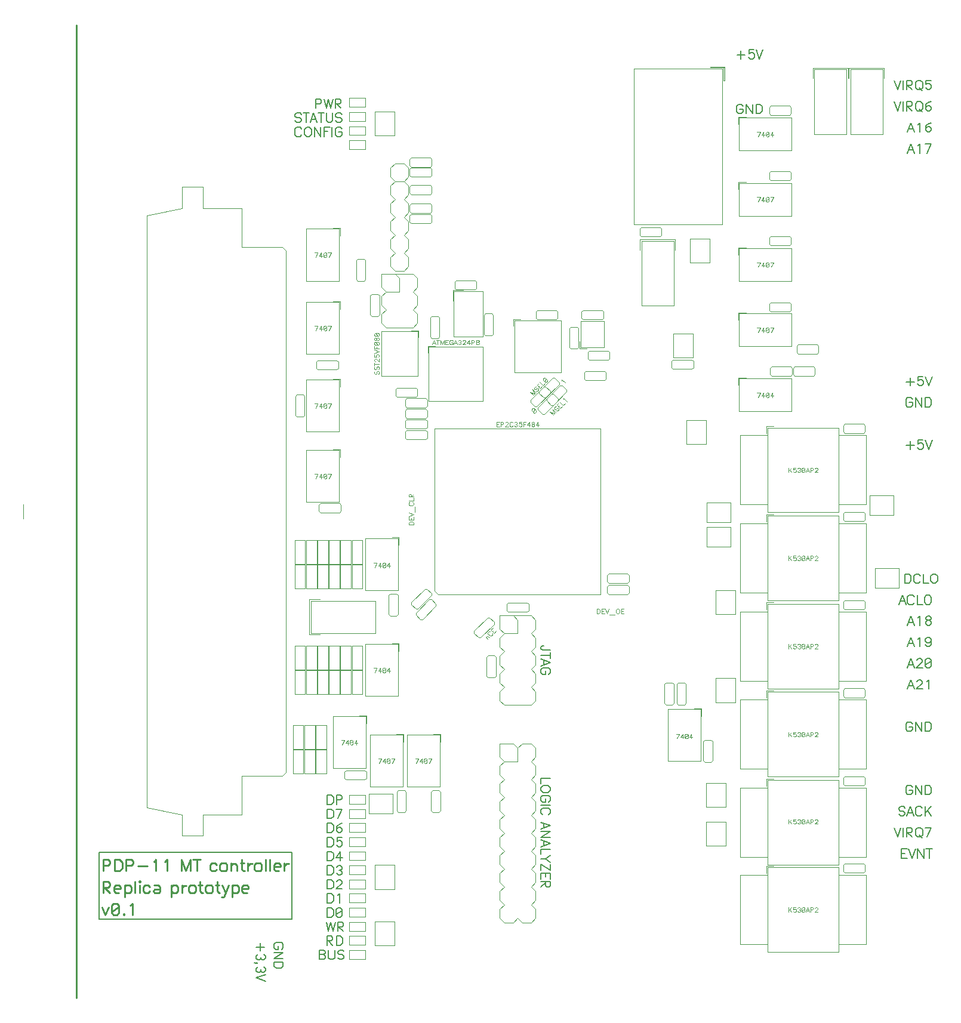
<source format=gto>
G04*
G04  File:            MT-CONTROLLER-PROTOTYPE_C-II.GTO, Thu Feb 18 07:25:22 2021*
G04  Source:          P-CAD 2006 PCB, Version 19.02.958, (D:\retrocomputing\CM5300\pdp11-mt-controller\pcb\mt-controller-prototype_c-ii.pcb)*
G04  Format:          Gerber Format (RS-274-D), ASCII*
G04*
G04  Format Options:  Absolute Positioning*
G04                   Leading-Zero Suppression*
G04                   Scale Factor 1:1*
G04                   NO Circular Interpolation*
G04                   Inch Units*
G04                   Numeric Format: 4.4 (XXXX.XXXX)*
G04                   G54 NOT Used for Aperture Change*
G04                   Apertures Embedded*
G04*
G04  File Options:    Offset = (0.0mil,0.0mil)*
G04                   Drill Symbol Size = 80.0mil*
G04                   No Pad/Via Holes*
G04*
G04  File Contents:   No Pads*
G04                   No Vias*
G04                   Designators*
G04                   Types*
G04                   Values*
G04                   No Drill Symbols*
G04                   Top Silk*
G04*
%INMT-CONTROLLER-PROTOTYPE_C-II.GTO*%
%ICAS*%
%MOIN*%
G04*
G04  Aperture MACROs for general use --- invoked via D-code assignment *
G04*
G04  General MACRO for flashed round with rotation and/or offset hole *
%AMROTOFFROUND*
1,1,$1,0.0000,0.0000*
1,0,$2,$3,$4*%
G04*
G04  General MACRO for flashed oval (obround) with rotation and/or offset hole *
%AMROTOFFOVAL*
21,1,$1,$2,0.0000,0.0000,$3*
1,1,$4,$5,$6*
1,1,$4,0-$5,0-$6*
1,0,$7,$8,$9*%
G04*
G04  General MACRO for flashed oval (obround) with rotation and no hole *
%AMROTOVALNOHOLE*
21,1,$1,$2,0.0000,0.0000,$3*
1,1,$4,$5,$6*
1,1,$4,0-$5,0-$6*%
G04*
G04  General MACRO for flashed rectangle with rotation and/or offset hole *
%AMROTOFFRECT*
21,1,$1,$2,0.0000,0.0000,$3*
1,0,$4,$5,$6*%
G04*
G04  General MACRO for flashed rectangle with rotation and no hole *
%AMROTRECTNOHOLE*
21,1,$1,$2,0.0000,0.0000,$3*%
G04*
G04  General MACRO for flashed rounded-rectangle *
%AMROUNDRECT*
21,1,$1,$2-$4,0.0000,0.0000,$3*
21,1,$1-$4,$2,0.0000,0.0000,$3*
1,1,$4,$5,$6*
1,1,$4,$7,$8*
1,1,$4,0-$5,0-$6*
1,1,$4,0-$7,0-$8*
1,0,$9,$10,$11*%
G04*
G04  General MACRO for flashed rounded-rectangle with rotation and no hole *
%AMROUNDRECTNOHOLE*
21,1,$1,$2-$4,0.0000,0.0000,$3*
21,1,$1-$4,$2,0.0000,0.0000,$3*
1,1,$4,$5,$6*
1,1,$4,$7,$8*
1,1,$4,0-$5,0-$6*
1,1,$4,0-$7,0-$8*%
G04*
G04  General MACRO for flashed regular polygon *
%AMREGPOLY*
5,1,$1,0.0000,0.0000,$2,$3+$4*
1,0,$5,$6,$7*%
G04*
G04  General MACRO for flashed regular polygon with no hole *
%AMREGPOLYNOHOLE*
5,1,$1,0.0000,0.0000,$2,$3+$4*%
G04*
G04  General MACRO for target *
%AMTARGET*
6,0,0,$1,$2,$3,4,$4,$5,$6*%
G04*
G04  General MACRO for mounting hole *
%AMMTHOLE*
1,1,$1,0,0*
1,0,$2,0,0*
$1=$1-$2*
$1=$1/2*
21,1,$2+$1,$3,0,0,$4*
21,1,$3,$2+$1,0,0,$4*%
G04*
G04*
G04  D10 : "Ellipse X0.254mm Y0.254mm H0.000mm 0.0deg (0.000mm,0.000mm) Draw"*
G04  Disc: OuterDia=0.0100*
%ADD10C, 0.0100*%
G04  D11 : "Ellipse X0.300mm Y0.300mm H0.000mm 0.0deg (0.000mm,0.000mm) Draw"*
G04  Disc: OuterDia=0.0118*
%ADD11C, 0.0118*%
G04  D12 : "Ellipse X0.350mm Y0.350mm H0.000mm 0.0deg (0.000mm,0.000mm) Draw"*
G04  Disc: OuterDia=0.0138*
%ADD12C, 0.0138*%
G04  D13 : "Ellipse X0.400mm Y0.400mm H0.000mm 0.0deg (0.000mm,0.000mm) Draw"*
G04  Disc: OuterDia=0.0157*
%ADD13C, 0.0157*%
G04  D14 : "Ellipse X0.500mm Y0.500mm H0.000mm 0.0deg (0.000mm,0.000mm) Draw"*
G04  Disc: OuterDia=0.0197*
%ADD14C, 0.0197*%
G04  D15 : "Ellipse X0.100mm Y0.100mm H0.000mm 0.0deg (0.000mm,0.000mm) Draw"*
G04  Disc: OuterDia=0.0039*
%ADD15C, 0.0039*%
G04  D16 : "Ellipse X1.000mm Y1.000mm H0.000mm 0.0deg (0.000mm,0.000mm) Draw"*
G04  Disc: OuterDia=0.0394*
%ADD16C, 0.0394*%
G04  D17 : "Ellipse X0.127mm Y0.127mm H0.000mm 0.0deg (0.000mm,0.000mm) Draw"*
G04  Disc: OuterDia=0.0050*
%ADD17C, 0.0050*%
G04  D18 : "Ellipse X0.150mm Y0.150mm H0.000mm 0.0deg (0.000mm,0.000mm) Draw"*
G04  Disc: OuterDia=0.0059*
%ADD18C, 0.0059*%
G04  D19 : "Ellipse X1.500mm Y1.500mm H0.000mm 0.0deg (0.000mm,0.000mm) Draw"*
G04  Disc: OuterDia=0.0591*
%ADD19C, 0.0591*%
G04  D20 : "Ellipse X0.200mm Y0.200mm H0.000mm 0.0deg (0.000mm,0.000mm) Draw"*
G04  Disc: OuterDia=0.0079*
%ADD20C, 0.0079*%
G04  D21 : "Ellipse X0.250mm Y0.250mm H0.000mm 0.0deg (0.000mm,0.000mm) Draw"*
G04  Disc: OuterDia=0.0098*
%ADD21C, 0.0098*%
G04  D22 : "Ellipse X2.600mm Y2.600mm H0.000mm 0.0deg (0.000mm,0.000mm) Flash"*
G04  Disc: OuterDia=0.1024*
%ADD22C, 0.1024*%
G04  D23 : "Ellipse X2.800mm Y2.800mm H0.000mm 0.0deg (0.000mm,0.000mm) Flash"*
G04  Disc: OuterDia=0.1102*
%ADD23C, 0.1102*%
G04  D24 : "Ellipse X3.300mm Y3.300mm H0.000mm 0.0deg (0.000mm,0.000mm) Flash"*
G04  Disc: OuterDia=0.1299*
%ADD24C, 0.1299*%
G04  D25 : "Ellipse X0.500mm Y0.500mm H0.000mm 0.0deg (0.000mm,0.000mm) Flash"*
G04  Disc: OuterDia=0.0197*
%ADD25C, 0.0197*%
G04  D26 : "Ellipse X0.550mm Y0.550mm H0.000mm 0.0deg (0.000mm,0.000mm) Flash"*
G04  Disc: OuterDia=0.0217*
%ADD26C, 0.0217*%
G04  D27 : "Ellipse X0.800mm Y0.800mm H0.000mm 0.0deg (0.000mm,0.000mm) Flash"*
G04  Disc: OuterDia=0.0315*
%ADD27C, 0.0315*%
G04  D28 : "Ellipse X1.000mm Y1.000mm H0.000mm 0.0deg (0.000mm,0.000mm) Flash"*
G04  Disc: OuterDia=0.0394*
%ADD28C, 0.0394*%
G04  D29 : "Ellipse X1.800mm Y1.800mm H0.000mm 0.0deg (0.000mm,0.000mm) Flash"*
G04  Disc: OuterDia=0.0709*
%ADD29C, 0.0709*%
G04  D30 : "Ellipse X1.900mm Y1.900mm H0.000mm 0.0deg (0.000mm,0.000mm) Flash"*
G04  Disc: OuterDia=0.0748*
%ADD30C, 0.0748*%
G04  D31 : "Ellipse X2.300mm Y2.300mm H0.000mm 0.0deg (0.000mm,0.000mm) Flash"*
G04  Disc: OuterDia=0.0906*
%ADD31C, 0.0906*%
G04  D32 : "Ellipse X2.400mm Y2.400mm H0.000mm 0.0deg (0.000mm,0.000mm) Flash"*
G04  Disc: OuterDia=0.0945*
%ADD32C, 0.0945*%
G04  D33 : "Ellipse X2.500mm Y2.500mm H0.000mm 0.0deg (0.000mm,0.000mm) Flash"*
G04  Disc: OuterDia=0.0984*
%ADD33C, 0.0984*%
G04  D34 : "Mounting Hole X2.700mm Y2.700mm H0.000mm 0.0deg (0.000mm,0.000mm) Flash"*
G04  Mounting Hole: Diameter=0.1063, Rotation=0.0, LineWidth=0.0050 *
%ADD34MTHOLE, 0.1063 X0.0863 X0.0050 X0.0*%
G04  D35 : "Mounting Hole X3.200mm Y3.200mm H0.000mm 0.0deg (0.000mm,0.000mm) Flash"*
G04  Mounting Hole: Diameter=0.1260, Rotation=0.0, LineWidth=0.0050 *
%ADD35MTHOLE, 0.1260 X0.1060 X0.0050 X0.0*%
G04  D36 : "Rounded Rectangle X0.310mm Y0.600mm H0.000mm 0.0deg (0.000mm,0.000mm) Flash"*
G04  RoundRct: DimX=0.0122, DimY=0.0236, CornerRad=0.0031, Rotation=0.0, OffsetX=0.0000, OffsetY=0.0000, HoleDia=0.0000 *
%ADD36ROUNDRECTNOHOLE, 0.0122 X0.0236 X0.0 X0.0061 X-0.0031 X-0.0088 X-0.0031 X0.0088*%
G04  D37 : "Rounded Rectangle X0.410mm Y0.700mm H0.000mm 0.0deg (0.000mm,0.000mm) Flash"*
G04  RoundRct: DimX=0.0161, DimY=0.0276, CornerRad=0.0040, Rotation=0.0, OffsetX=0.0000, OffsetY=0.0000, HoleDia=0.0000 *
%ADD37ROUNDRECTNOHOLE, 0.0161 X0.0276 X0.0 X0.0081 X-0.0040 X-0.0097 X-0.0040 X0.0097*%
G04  D38 : "Rounded Rectangle X0.700mm Y0.950mm H0.000mm 0.0deg (0.000mm,0.000mm) Flash"*
G04  RoundRct: DimX=0.0276, DimY=0.0374, CornerRad=0.0069, Rotation=0.0, OffsetX=0.0000, OffsetY=0.0000, HoleDia=0.0000 *
%ADD38ROUNDRECTNOHOLE, 0.0276 X0.0374 X0.0 X0.0138 X-0.0069 X-0.0118 X-0.0069 X0.0118*%
G04  D39 : "Rounded Rectangle X0.800mm Y1.050mm H0.000mm 0.0deg (0.000mm,0.000mm) Flash"*
G04  RoundRct: DimX=0.0315, DimY=0.0413, CornerRad=0.0079, Rotation=0.0, OffsetX=0.0000, OffsetY=0.0000, HoleDia=0.0000 *
%ADD39ROUNDRECTNOHOLE, 0.0315 X0.0413 X0.0 X0.0157 X-0.0079 X-0.0128 X-0.0079 X0.0128*%
G04  D40 : "Rounded Rectangle X1.200mm Y1.100mm H0.000mm 0.0deg (0.000mm,0.000mm) Flash"*
G04  RoundRct: DimX=0.0472, DimY=0.0433, CornerRad=0.0108, Rotation=0.0, OffsetX=0.0000, OffsetY=0.0000, HoleDia=0.0000 *
%ADD40ROUNDRECTNOHOLE, 0.0472 X0.0433 X0.0 X0.0217 X-0.0128 X-0.0108 X-0.0128 X0.0108*%
G04  D41 : "Rounded Rectangle X1.100mm Y1.200mm H0.000mm 0.0deg (0.000mm,0.000mm) Flash"*
G04  RoundRct: DimX=0.0433, DimY=0.0472, CornerRad=0.0108, Rotation=0.0, OffsetX=0.0000, OffsetY=0.0000, HoleDia=0.0000 *
%ADD41ROUNDRECTNOHOLE, 0.0433 X0.0472 X0.0 X0.0217 X-0.0108 X-0.0128 X-0.0108 X0.0128*%
G04  D42 : "Rounded Rectangle X1.300mm Y1.200mm H0.000mm 0.0deg (0.000mm,0.000mm) Flash"*
G04  RoundRct: DimX=0.0512, DimY=0.0472, CornerRad=0.0118, Rotation=0.0, OffsetX=0.0000, OffsetY=0.0000, HoleDia=0.0000 *
%ADD42ROUNDRECTNOHOLE, 0.0512 X0.0472 X0.0 X0.0236 X-0.0138 X-0.0118 X-0.0138 X0.0118*%
G04  D43 : "Rounded Rectangle X1.200mm Y1.300mm H0.000mm 0.0deg (0.000mm,0.000mm) Flash"*
G04  RoundRct: DimX=0.0472, DimY=0.0512, CornerRad=0.0118, Rotation=0.0, OffsetX=0.0000, OffsetY=0.0000, HoleDia=0.0000 *
%ADD43ROUNDRECTNOHOLE, 0.0472 X0.0512 X0.0 X0.0236 X-0.0118 X-0.0138 X-0.0118 X0.0138*%
G04  D44 : "Rounded Rectangle X1.400mm Y1.300mm H0.000mm 0.0deg (0.000mm,0.000mm) Flash"*
G04  RoundRct: DimX=0.0551, DimY=0.0512, CornerRad=0.0128, Rotation=0.0, OffsetX=0.0000, OffsetY=0.0000, HoleDia=0.0000 *
%ADD44ROUNDRECTNOHOLE, 0.0551 X0.0512 X0.0 X0.0256 X-0.0148 X-0.0128 X-0.0148 X0.0128*%
G04  D45 : "Rounded Rectangle X1.750mm Y1.500mm H0.000mm 0.0deg (0.000mm,0.000mm) Flash"*
G04  RoundRct: DimX=0.0689, DimY=0.0591, CornerRad=0.0148, Rotation=0.0, OffsetX=0.0000, OffsetY=0.0000, HoleDia=0.0000 *
%ADD45ROUNDRECTNOHOLE, 0.0689 X0.0591 X0.0 X0.0295 X-0.0197 X-0.0148 X-0.0197 X0.0148*%
G04  D46 : "Rounded Rectangle X1.400mm Y1.800mm H0.000mm 0.0deg (0.000mm,0.000mm) Flash"*
G04  RoundRct: DimX=0.0551, DimY=0.0709, CornerRad=0.0138, Rotation=0.0, OffsetX=0.0000, OffsetY=0.0000, HoleDia=0.0000 *
%ADD46ROUNDRECTNOHOLE, 0.0551 X0.0709 X0.0 X0.0276 X-0.0138 X-0.0217 X-0.0138 X0.0217*%
G04  D47 : "Rounded Rectangle X1.800mm Y1.800mm H0.000mm 0.0deg (0.000mm,0.000mm) Flash"*
G04  RoundRct: DimX=0.0709, DimY=0.0709, CornerRad=0.0177, Rotation=0.0, OffsetX=0.0000, OffsetY=0.0000, HoleDia=0.0000 *
%ADD47ROUNDRECTNOHOLE, 0.0709 X0.0709 X0.0 X0.0354 X-0.0177 X-0.0177 X-0.0177 X0.0177*%
G04  D48 : "Rounded Rectangle X1.850mm Y1.600mm H0.000mm 0.0deg (0.000mm,0.000mm) Flash"*
G04  RoundRct: DimX=0.0728, DimY=0.0630, CornerRad=0.0157, Rotation=0.0, OffsetX=0.0000, OffsetY=0.0000, HoleDia=0.0000 *
%ADD48ROUNDRECTNOHOLE, 0.0728 X0.0630 X0.0 X0.0315 X-0.0207 X-0.0157 X-0.0207 X0.0157*%
G04  D49 : "Rounded Rectangle X1.500mm Y1.900mm H0.000mm 0.0deg (0.000mm,0.000mm) Flash"*
G04  RoundRct: DimX=0.0591, DimY=0.0748, CornerRad=0.0148, Rotation=0.0, OffsetX=0.0000, OffsetY=0.0000, HoleDia=0.0000 *
%ADD49ROUNDRECTNOHOLE, 0.0591 X0.0748 X0.0 X0.0295 X-0.0148 X-0.0226 X-0.0148 X0.0226*%
G04  D50 : "Rounded Rectangle X1.900mm Y1.900mm H0.000mm 0.0deg (0.000mm,0.000mm) Flash"*
G04  RoundRct: DimX=0.0748, DimY=0.0748, CornerRad=0.0187, Rotation=0.0, OffsetX=0.0000, OffsetY=0.0000, HoleDia=0.0000 *
%ADD50ROUNDRECTNOHOLE, 0.0748 X0.0748 X0.0 X0.0374 X-0.0187 X-0.0187 X-0.0187 X0.0187*%
G04  D51 : "Rounded Rectangle X2.000mm Y2.500mm H0.000mm 0.0deg (0.000mm,0.000mm) Flash"*
G04  RoundRct: DimX=0.0787, DimY=0.0984, CornerRad=0.0197, Rotation=0.0, OffsetX=0.0000, OffsetY=0.0000, HoleDia=0.0000 *
%ADD51ROUNDRECTNOHOLE, 0.0787 X0.0984 X0.0 X0.0394 X-0.0197 X-0.0295 X-0.0197 X0.0295*%
G04  D52 : "Rounded Rectangle X2.500mm Y2.000mm H0.000mm 0.0deg (0.000mm,0.000mm) Flash"*
G04  RoundRct: DimX=0.0984, DimY=0.0787, CornerRad=0.0197, Rotation=0.0, OffsetX=0.0000, OffsetY=0.0000, HoleDia=0.0000 *
%ADD52ROUNDRECTNOHOLE, 0.0984 X0.0787 X0.0 X0.0394 X-0.0295 X-0.0197 X-0.0295 X0.0197*%
G04  D53 : "Rounded Rectangle X2.100mm Y2.600mm H0.000mm 0.0deg (0.000mm,0.000mm) Flash"*
G04  RoundRct: DimX=0.0827, DimY=0.1024, CornerRad=0.0207, Rotation=0.0, OffsetX=0.0000, OffsetY=0.0000, HoleDia=0.0000 *
%ADD53ROUNDRECTNOHOLE, 0.0827 X0.1024 X0.0 X0.0413 X-0.0207 X-0.0305 X-0.0207 X0.0305*%
G04  D54 : "Rounded Rectangle X2.600mm Y2.100mm H0.000mm 0.0deg (0.000mm,0.000mm) Flash"*
G04  RoundRct: DimX=0.1024, DimY=0.0827, CornerRad=0.0207, Rotation=0.0, OffsetX=0.0000, OffsetY=0.0000, HoleDia=0.0000 *
%ADD54ROUNDRECTNOHOLE, 0.1024 X0.0827 X0.0 X0.0413 X-0.0305 X-0.0207 X-0.0305 X0.0207*%
G04  D55 : "Rectangle X4.000mm Y3.400mm H0.000mm 0.0deg (0.000mm,0.000mm) Flash"*
G04  Rectangular: DimX=0.1575, DimY=0.1339, Rotation=0.0, OffsetX=0.0000, OffsetY=0.0000, HoleDia=0.0000 *
%ADD55R, 0.1575 X0.1339*%
G04  D56 : "Rectangle X4.100mm Y3.500mm H0.000mm 0.0deg (0.000mm,0.000mm) Flash"*
G04  Rectangular: DimX=0.1614, DimY=0.1378, Rotation=0.0, OffsetX=0.0000, OffsetY=0.0000, HoleDia=0.0000 *
%ADD56R, 0.1614 X0.1378*%
G04  D57 : "Rectangle X0.400mm Y0.600mm H0.000mm 0.0deg (0.000mm,0.000mm) Flash"*
G04  Rectangular: DimX=0.0157, DimY=0.0236, Rotation=0.0, OffsetX=0.0000, OffsetY=0.0000, HoleDia=0.0000 *
%ADD57R, 0.0157 X0.0236*%
G04  D58 : "Rectangle X0.500mm Y0.700mm H0.000mm 0.0deg (0.000mm,0.000mm) Flash"*
G04  Rectangular: DimX=0.0197, DimY=0.0276, Rotation=0.0, OffsetX=0.0000, OffsetY=0.0000, HoleDia=0.0000 *
%ADD58R, 0.0197 X0.0276*%
G04  D59 : "Rectangle X0.700mm Y0.250mm H0.000mm 0.0deg (0.000mm,0.000mm) Flash"*
G04  Rectangular: DimX=0.0276, DimY=0.0098, Rotation=0.0, OffsetX=0.0000, OffsetY=0.0000, HoleDia=0.0000 *
%ADD59R, 0.0276 X0.0098*%
G04  D60 : "Rectangle X0.250mm Y0.700mm H0.000mm 0.0deg (0.000mm,0.000mm) Flash"*
G04  Rectangular: DimX=0.0098, DimY=0.0276, Rotation=0.0, OffsetX=0.0000, OffsetY=0.0000, HoleDia=0.0000 *
%ADD60R, 0.0098 X0.0276*%
G04  D61 : "Rectangle X7.500mm Y2.300mm H0.000mm 0.0deg (0.000mm,0.000mm) Flash"*
G04  Rectangular: DimX=0.2953, DimY=0.0906, Rotation=0.0, OffsetX=0.0000, OffsetY=0.0000, HoleDia=0.0000 *
%ADD61R, 0.2953 X0.0906*%
G04  D62 : "Rectangle X7.600mm Y2.400mm H0.000mm 0.0deg (0.000mm,0.000mm) Flash"*
G04  Rectangular: DimX=0.2992, DimY=0.0945, Rotation=0.0, OffsetX=0.0000, OffsetY=0.0000, HoleDia=0.0000 *
%ADD62R, 0.2992 X0.0945*%
G04  D63 : "Rectangle X0.800mm Y0.350mm H0.000mm 0.0deg (0.000mm,0.000mm) Flash"*
G04  Rectangular: DimX=0.0315, DimY=0.0138, Rotation=0.0, OffsetX=0.0000, OffsetY=0.0000, HoleDia=0.0000 *
%ADD63R, 0.0315 X0.0138*%
G04  D64 : "Rectangle X0.350mm Y0.800mm H0.000mm 0.0deg (0.000mm,0.000mm) Flash"*
G04  Rectangular: DimX=0.0138, DimY=0.0315, Rotation=0.0, OffsetX=0.0000, OffsetY=0.0000, HoleDia=0.0000 *
%ADD64R, 0.0138 X0.0315*%
G04  D65 : "Rectangle X0.850mm Y0.400mm H0.000mm 0.0deg (0.000mm,0.000mm) Flash"*
G04  Rectangular: DimX=0.0335, DimY=0.0157, Rotation=0.0, OffsetX=0.0000, OffsetY=0.0000, HoleDia=0.0000 *
%ADD65R, 0.0335 X0.0157*%
G04  D66 : "Rectangle X0.400mm Y0.850mm H0.000mm 0.0deg (0.000mm,0.000mm) Flash"*
G04  Rectangular: DimX=0.0157, DimY=0.0335, Rotation=0.0, OffsetX=0.0000, OffsetY=0.0000, HoleDia=0.0000 *
%ADD66R, 0.0157 X0.0335*%
G04  D67 : "Rectangle X0.950mm Y0.500mm H0.000mm 0.0deg (0.000mm,0.000mm) Flash"*
G04  Rectangular: DimX=0.0374, DimY=0.0197, Rotation=0.0, OffsetX=0.0000, OffsetY=0.0000, HoleDia=0.0000 *
%ADD67R, 0.0374 X0.0197*%
G04  D68 : "Rectangle X0.500mm Y0.950mm H0.000mm 0.0deg (0.000mm,0.000mm) Flash"*
G04  Rectangular: DimX=0.0197, DimY=0.0374, Rotation=0.0, OffsetX=0.0000, OffsetY=0.0000, HoleDia=0.0000 *
%ADD68R, 0.0197 X0.0374*%
G04  D69 : "Rectangle X1.600mm Y0.350mm H0.000mm 0.0deg (0.000mm,0.000mm) Flash"*
G04  Rectangular: DimX=0.0630, DimY=0.0138, Rotation=0.0, OffsetX=0.0000, OffsetY=0.0000, HoleDia=0.0000 *
%ADD69R, 0.0630 X0.0138*%
G04  D70 : "Rectangle X0.350mm Y1.600mm H0.000mm 0.0deg (0.000mm,0.000mm) Flash"*
G04  Rectangular: DimX=0.0138, DimY=0.0630, Rotation=0.0, OffsetX=0.0000, OffsetY=0.0000, HoleDia=0.0000 *
%ADD70R, 0.0138 X0.0630*%
G04  D71 : "Rectangle X1.740mm Y0.490mm H0.000mm 0.0deg (0.000mm,0.000mm) Flash"*
G04  Rectangular: DimX=0.0685, DimY=0.0193, Rotation=0.0, OffsetX=0.0000, OffsetY=0.0000, HoleDia=0.0000 *
%ADD71R, 0.0685 X0.0193*%
G04  D72 : "Rectangle X0.490mm Y1.740mm H0.000mm 0.0deg (0.000mm,0.000mm) Flash"*
G04  Rectangular: DimX=0.0193, DimY=0.0685, Rotation=0.0, OffsetX=0.0000, OffsetY=0.0000, HoleDia=0.0000 *
%ADD72R, 0.0193 X0.0685*%
G04  D73 : "Rectangle X2.000mm Y0.600mm H0.000mm 0.0deg (0.000mm,0.000mm) Flash"*
G04  Rectangular: DimX=0.0787, DimY=0.0236, Rotation=0.0, OffsetX=0.0000, OffsetY=0.0000, HoleDia=0.0000 *
%ADD73R, 0.0787 X0.0236*%
G04  D74 : "Rectangle X2.000mm Y1.800mm H0.000mm 0.0deg (0.000mm,0.000mm) Flash"*
G04  Rectangular: DimX=0.0787, DimY=0.0709, Rotation=0.0, OffsetX=0.0000, OffsetY=0.0000, HoleDia=0.0000 *
%ADD74R, 0.0787 X0.0709*%
G04  D75 : "Rectangle X2.100mm Y0.700mm H0.000mm 0.0deg (0.000mm,0.000mm) Flash"*
G04  Rectangular: DimX=0.0827, DimY=0.0276, Rotation=0.0, OffsetX=0.0000, OffsetY=0.0000, HoleDia=0.0000 *
%ADD75R, 0.0827 X0.0276*%
G04  D76 : "Rectangle X2.100mm Y1.900mm H0.000mm 0.0deg (0.000mm,0.000mm) Flash"*
G04  Rectangular: DimX=0.0827, DimY=0.0748, Rotation=0.0, OffsetX=0.0000, OffsetY=0.0000, HoleDia=0.0000 *
%ADD76R, 0.0827 X0.0748*%
G04  D77 : "Ellipse X0.400mm Y0.400mm H0.000mm 0.0deg (0.000mm,0.000mm) Flash"*
G04  Disc: OuterDia=0.0157*
%ADD77C, 0.0157*%
G04*
%FSLAX44Y44*%
%SFA1B1*%
%OFA0.0000B0.0000*%
G04*
G70*
G90*
G01*
D2*
%LNTop Silk*%
D15*
X132763Y44057*
X132886Y44315D1*
X132714*
X133083Y44057D2*
Y44315D1*
X132960Y44143*
X133144*
X133206Y44131D2*
Y44266D1*
X133255Y44315*
X133329*
X133378Y44266*
Y44106*
X133329Y44057*
X133255*
X133206Y44106*
Y44131*
X133378Y44242*
X133575Y44057D2*
Y44315D1*
X133452Y44143*
X133636*
X136897Y43024D2*
X137020Y43282D1*
X136847*
X137217Y43024D2*
Y43282D1*
X137093Y43110*
X137278*
X137340Y43097D2*
Y43233D1*
X137389Y43282*
X137463*
X137512Y43233*
Y43073*
X137463Y43024*
X137389*
X137340Y43073*
Y43097*
X137512Y43208*
X137635Y43024D2*
X137758Y43282D1*
X137586*
X141553Y62081D2*
X141393D1*
Y61823*
X141553*
X141393Y61958D2*
X141492D1*
X141627Y61823D2*
Y62081D1*
X141738*
X141775Y62044*
Y61983*
X141738Y61946*
X141627*
X141886Y62032D2*
X141935Y62081D1*
X141984*
X142033Y62032*
Y61983*
X141873Y61823*
X142046*
X142304Y62032D2*
X142255Y62081D1*
X142169*
X142119Y62032*
Y61872*
X142169Y61823*
X142255*
X142304Y61872*
X142390Y62032D2*
X142439Y62081D1*
X142488*
X142538Y62032*
Y61983*
X142501Y61946*
X142464*
X142501D2*
X142538Y61909D1*
Y61860*
X142501Y61823*
X142439*
X142390Y61872*
X142784Y62081D2*
X142648D1*
Y61970*
X142698Y61995*
X142747*
X142796Y61946*
Y61872*
X142747Y61823*
X142685*
X142636Y61872*
X143042Y62081D2*
X142882D1*
Y61823*
Y61958D2*
X142981D1*
X143214Y61823D2*
Y62081D1*
X143091Y61909*
X143276*
X143399Y61970D2*
X143460D1*
X143497Y62007*
Y62044*
X143460Y62081*
X143399*
X143362Y62044*
Y62007*
X143399Y61970*
X143350Y61921*
Y61872*
X143399Y61823*
X143460*
X143510Y61872*
Y61921*
X143448Y61970*
X143706Y61823D2*
Y62081D1*
X143583Y61909*
X143768*
X145030Y64377D2*
Y64446D1*
X145213Y64264*
X151464Y44402D2*
X151587Y44660D1*
X151414*
X151783Y44402D2*
Y44660D1*
X151660Y44488*
X151845*
X151906Y44475D2*
Y44611D1*
X151956Y44660*
X152030*
X152079Y44611*
Y44451*
X152030Y44402*
X151956*
X151906Y44451*
Y44475*
X152079Y44586*
X152276Y44402D2*
Y44660D1*
X152153Y44488*
X152337*
X114960Y57480D2*
Y56692D1*
D2*
D20*
X128420Y32750*
X127977D1*
X128198Y32972D2*
Y32529D1*
X128395Y32332D2*
X128494Y32234D1*
Y32135*
X128395Y32037*
X128297*
X128223Y32111*
Y32185*
Y32111D2*
X128149Y32037D1*
X128051*
X127977Y32111*
Y32234*
X128075Y32332*
X127977Y31840D2*
X128026D1*
Y31889*
X127977*
Y31840*
X127878Y31889*
X128395Y31643D2*
X128494Y31545D1*
Y31446*
X128395Y31348*
X128297*
X128223Y31422*
Y31496*
Y31422D2*
X128149Y31348D1*
X128051*
X127977Y31422*
Y31545*
X128075Y31643*
X128494Y31225D2*
X127977Y31028D1*
X128494Y30831*
D2*
D15*
X134608Y64923*
X134571Y64886D1*
Y64800*
X134621Y64751*
X134657*
X134694Y64788*
Y64874*
X134744Y64923*
X134781*
X134830Y64874*
Y64800*
X134781Y64751*
X134608Y65169D2*
X134571Y65132D1*
Y65046*
X134621Y64997*
X134657*
X134694Y65034*
Y65120*
X134744Y65169*
X134781*
X134830Y65120*
Y65046*
X134781Y64997*
X134571Y65305D2*
X134830D1*
X134571Y65218D2*
Y65391D1*
X134621Y65452D2*
X134571Y65501D1*
Y65551*
X134621Y65600*
X134670*
X134830Y65440*
Y65612*
X134571Y65846D2*
Y65711D1*
X134682*
X134657Y65760*
Y65809*
X134707Y65858*
X134781*
X134830Y65809*
Y65748*
X134781Y65698*
X134571Y65907D2*
X134830Y66006D1*
X134571Y66104*
Y66326D2*
Y66166D1*
X134830*
X134694D2*
Y66264D1*
X134756Y66375D2*
X134621D1*
X134571Y66424*
Y66498*
X134621Y66547*
X134781*
X134830Y66498*
Y66424*
X134781Y66375*
X134756*
X134645Y66547*
X134682Y66683D2*
Y66744D1*
X134645Y66781*
X134608*
X134571Y66744*
Y66683*
X134608Y66646*
X134645*
X134682Y66683*
X134731Y66633*
X134781*
X134830Y66683*
Y66744*
X134781Y66793*
X134731*
X134682Y66732*
X134756Y66867D2*
X134621D1*
X134571Y66916*
Y66990*
X134621Y67039*
X134781*
X134830Y66990*
Y66916*
X134781Y66867*
X134756*
X134645Y67039*
X136749Y56348D2*
X136491D1*
Y56459*
X136552Y56520*
X136687*
X136749Y56459*
Y56348*
X136491Y56766D2*
Y56606D1*
X136749*
Y56766*
X136614Y56606D2*
Y56705D1*
X136491Y56803D2*
X136749Y56902D1*
X136491Y57000*
X136835Y57049D2*
Y57344D1*
X136540Y57603D2*
X136491Y57554D1*
Y57468*
X136540Y57418*
X136700*
X136749Y57468*
Y57554*
X136700Y57603*
X136491Y57689D2*
X136749D1*
Y57837*
Y57898D2*
X136491D1*
Y58009*
X136528Y58046*
X136589*
X136626Y58009*
Y57898*
Y57923D2*
X136749Y58046D1*
X143456Y62611D2*
X143360Y62706D1*
Y62776*
X143412Y62828*
X143482*
X143595Y62715*
Y62646*
X143543Y62593*
X143473*
X143456Y62611*
X143499Y62811*
X144700Y62602D2*
X144517Y62785D1*
X144630Y62533*
X144378Y62646*
X144561Y62463*
X144726Y62941D2*
X144674D1*
X144613Y62880*
Y62811*
X144639Y62785*
X144691*
X144752Y62846*
X144822*
X144848Y62820*
Y62750*
X144795Y62698*
X144726*
X144874Y63141D2*
X144761Y63028D1*
X144943Y62846*
X145056Y62959*
X144848Y62941D2*
X144917Y63011D1*
X144926Y63194D2*
X145109Y63011D1*
X145213Y63115*
X145135Y63333D2*
Y63402D1*
X145317Y63220*
D2*
D20*
X119192Y38041*
Y34301D1*
X129970D2*
Y38041D1*
D2*
D21*
X117913Y84251*
Y29921D1*
D2*
D20*
X131496Y32332*
X131742D1*
X131815Y32406*
Y32504*
X131742Y32578*
X131496*
Y32062*
X131766*
X131840Y32135*
Y32234*
X131742Y32332*
X132012Y32578D2*
Y32160D1*
X132111Y32062*
X132258*
X132357Y32160*
Y32578*
X132874Y32504D2*
X132800Y32578D1*
X132627*
X132529Y32480*
Y32406*
X132603Y32332*
X132775*
X132874Y32234*
Y32160*
X132775Y32062*
X132627*
X132529Y32160*
X131938Y34424D2*
Y34940D1*
X132160*
X132283Y34817*
Y34547*
X132160Y34424*
X131938*
X132431Y34571D2*
Y34842D1*
X132529Y34940*
X132677*
X132775Y34842*
Y34522*
X132677Y34424*
X132529*
X132431Y34522*
Y34571*
X132775Y34793*
X131889Y34153D2*
X132012Y33636D1*
X132135Y34153*
X132258Y33636*
X132381Y34153*
X132529Y33636D2*
Y34153D1*
X132750*
X132824Y34079*
Y33956*
X132750Y33882*
X132529*
X132578D2*
X132824Y33636D1*
X128543Y34301D2*
X129970D1*
X131938Y36786D2*
Y37303D1*
X132160*
X132283Y37180*
Y36909*
X132160Y36786*
X131938*
X132455Y37204D2*
X132554Y37303D1*
X132652*
X132750Y37204*
Y37106*
X132677Y37032*
X132603*
X132677D2*
X132750Y36958D1*
Y36860*
X132677Y36786*
X132554*
X132455Y36884*
X131938Y37573D2*
Y38090D1*
X132160*
X132283Y37967*
Y37696*
X132160Y37573*
X131938*
X132677D2*
Y38090D1*
X132431Y37746*
X132800*
X131938Y39936D2*
Y40452D1*
X132160*
X132283Y40329*
Y40059*
X132160Y39936*
X131938*
X132529D2*
X132775Y40452D1*
X132431*
X131938Y40723D2*
Y41240D1*
X132160*
X132283Y41117*
Y40846*
X132160Y40723*
X131938*
X132455D2*
Y41240D1*
X132677*
X132750Y41166*
Y41043*
X132677Y40969*
X132455*
D2*
D15*
X131286Y58919*
X131409Y59178D1*
X131237*
X131606Y58919D2*
Y59178D1*
X131483Y59005*
X131668*
X131729Y58993D2*
Y59128D1*
X131779Y59178*
X131852*
X131902Y59128*
Y58968*
X131852Y58919*
X131779*
X131729Y58968*
Y58993*
X131902Y59104*
X132025Y58919D2*
X132148Y59178D1*
X131975*
X131286Y67187D2*
X131409Y67445D1*
X131237*
X131606Y67187D2*
Y67445D1*
X131483Y67273*
X131668*
X131729Y67261D2*
Y67396D1*
X131779Y67445*
X131852*
X131902Y67396*
Y67236*
X131852Y67187*
X131779*
X131729Y67236*
Y67261*
X131902Y67372*
X132025Y67187D2*
X132148Y67445D1*
X131975*
X131286Y71272D2*
X131409Y71530D1*
X131237*
X131606Y71272D2*
Y71530D1*
X131483Y71358*
X131668*
X131729Y71345D2*
Y71481D1*
X131779Y71530*
X131852*
X131902Y71481*
Y71321*
X131852Y71272*
X131779*
X131729Y71321*
Y71345*
X131902Y71456*
X132025Y71272D2*
X132148Y71530D1*
X131975*
D2*
D20*
X131299Y79601*
Y80118D1*
X131520*
X131594Y80044*
Y79921*
X131520Y79847*
X131299*
X131766Y80118D2*
X131889Y79601D1*
X132012Y80118*
X132135Y79601*
X132258Y80118*
X132406Y79601D2*
Y80118D1*
X132627*
X132701Y80044*
Y79921*
X132627Y79847*
X132406*
X132455D2*
X132701Y79601D1*
X130487Y79256D2*
X130413Y79330D1*
X130241*
X130142Y79232*
Y79158*
X130216Y79084*
X130388*
X130487Y78986*
Y78912*
X130388Y78813*
X130241*
X130142Y78912*
X130757Y79330D2*
Y78813D1*
X130585Y79330D2*
X130930D1*
X131373Y78813D2*
X131176Y79330D1*
X130979Y78813*
X131053Y78986D2*
X131299D1*
X131594Y79330D2*
Y78813D1*
X131422Y79330D2*
X131766D1*
X131889D2*
Y78912D1*
X131988Y78813*
X132135*
X132234Y78912*
Y79330*
X132750Y79256D2*
X132677Y79330D1*
X132504*
X132406Y79232*
Y79158*
X132480Y79084*
X132652*
X132750Y78986*
Y78912*
X132652Y78813*
X132504*
X132406Y78912*
D2*
D15*
X134830Y43024*
X134953Y43282D1*
X134781*
X135150Y43024D2*
Y43282D1*
X135027Y43110*
X135211*
X135273Y43097D2*
Y43233D1*
X135322Y43282*
X135396*
X135445Y43233*
Y43073*
X135396Y43024*
X135322*
X135273Y43073*
Y43097*
X135445Y43208*
X135568Y43024D2*
X135691Y43282D1*
X135519*
X140781Y50064D2*
X140903Y49942D1*
X140816Y50029D2*
Y50081D1*
X140859Y50125*
X140911*
X140998Y50038*
X141042Y50377D2*
X140972D1*
X140911Y50316*
Y50246*
X141025Y50133*
X141094*
X141155Y50194*
Y50264*
X141181Y50586D2*
X141068Y50473D1*
X141251Y50290*
X141364Y50403*
X141155Y50386D2*
X141225Y50455D1*
X143586Y63716D2*
X143403Y63898D1*
X143517Y63646*
X143264Y63759*
X143447Y63576*
X143612Y64055D2*
X143560D1*
X143499Y63994*
Y63924*
X143525Y63898*
X143577*
X143638Y63959*
X143708*
X143734Y63933*
Y63864*
X143682Y63811*
X143612*
X143760Y64255D2*
X143647Y64142D1*
X143830Y63959*
X143943Y64072*
X143734Y64055D2*
X143804Y64125D1*
X143812Y64307D2*
X143995Y64125D1*
X144099Y64229*
X144082Y64316D2*
X143986Y64412D1*
Y64481*
X144039Y64533*
X144108*
X144221Y64420*
Y64351*
X144169Y64299*
X144099*
X144082Y64316*
X144126Y64516*
X137992Y66400D2*
X137893Y66658D1*
X137795Y66400*
X137832Y66486D2*
X137955D1*
X138102Y66658D2*
Y66400D1*
X138016Y66658D2*
X138188D1*
X138447Y66400D2*
Y66658D1*
X138348Y66400*
X138250Y66658*
Y66400*
X138705Y66658D2*
X138545D1*
Y66400*
X138705*
X138545Y66535D2*
X138644D1*
X138951Y66609D2*
X138902Y66658D1*
X138816*
X138767Y66609*
Y66449*
X138816Y66400*
X138902*
X138951Y66449*
Y66523*
X138853*
X139197Y66400D2*
X139099Y66658D1*
X139000Y66400*
X139037Y66486D2*
X139160D1*
X139259Y66609D2*
X139308Y66658D1*
X139357*
X139406Y66609*
Y66560*
X139370Y66523*
X139333*
X139370D2*
X139406Y66486D1*
Y66437*
X139370Y66400*
X139308*
X139259Y66449*
X139505Y66609D2*
X139554Y66658D1*
X139603*
X139653Y66609*
Y66560*
X139493Y66400*
X139665*
X139862D2*
Y66658D1*
X139739Y66486*
X139923*
X139997Y66400D2*
Y66658D1*
X140108*
X140145Y66621*
Y66560*
X140108Y66523*
X139997*
X140255Y66535D2*
X140378D1*
X140415Y66572*
Y66621*
X140378Y66658*
X140255*
Y66400*
X140391*
X140428Y66437*
Y66486*
X140378Y66535*
X146998Y51390D2*
Y51648D1*
X147108*
X147170Y51587*
Y51451*
X147108Y51390*
X146998*
X147416Y51648D2*
X147256D1*
Y51390*
X147416*
X147256Y51525D2*
X147354D1*
X147453Y51648D2*
X147551Y51390D1*
X147650Y51648*
X147699Y51304D2*
X147994D1*
X148129Y51390D2*
X148203D1*
X148265Y51451*
Y51587*
X148203Y51648*
X148129*
X148068Y51587*
Y51451*
X148129Y51390*
X148511Y51648D2*
X148351D1*
Y51390*
X148511*
X148351Y51525D2*
X148449D1*
X155991Y63447D2*
X156114Y63705D1*
X155942*
X156311Y63447D2*
Y63705D1*
X156188Y63533*
X156373*
X156434Y63521D2*
Y63656D1*
X156483Y63705*
X156557*
X156606Y63656*
Y63496*
X156557Y63447*
X156483*
X156434Y63496*
Y63521*
X156606Y63631*
X156803Y63447D2*
Y63705D1*
X156680Y63533*
X156865*
X155991Y67089D2*
X156114Y67347D1*
X155942*
X156311Y67089D2*
Y67347D1*
X156188Y67175*
X156373*
X156434Y67162D2*
Y67298D1*
X156483Y67347*
X156557*
X156606Y67298*
Y67138*
X156557Y67089*
X156483*
X156434Y67138*
Y67162*
X156606Y67273*
X156729Y67089D2*
X156852Y67347D1*
X156680*
X155991Y70730D2*
X156114Y70989D1*
X155942*
X156311Y70730D2*
Y70989D1*
X156188Y70816*
X156373*
X156434Y70804D2*
Y70939D1*
X156483Y70989*
X156557*
X156606Y70939*
Y70780*
X156557Y70730*
X156483*
X156434Y70780*
Y70804*
X156606Y70915*
X156729Y70730D2*
X156852Y70989D1*
X156680*
X155991Y74372D2*
X156114Y74630D1*
X155942*
X156311Y74372D2*
Y74630D1*
X156188Y74458*
X156373*
X156434Y74446D2*
Y74581D1*
X156483Y74630*
X156557*
X156606Y74581*
Y74421*
X156557Y74372*
X156483*
X156434Y74421*
Y74446*
X156606Y74557*
X156729Y74372D2*
X156852Y74630D1*
X156680*
D2*
D20*
X155167Y79724*
X155068Y79822D1*
X154896*
X154798Y79724*
Y79404*
X154896Y79306*
X155068*
X155167Y79404*
Y79552*
X154970*
X155684Y79822D2*
Y79306D1*
X155339Y79822*
Y79306*
X155880D2*
Y79822D1*
X156102*
X156225Y79699*
Y79429*
X156102Y79306*
X155880*
X155044Y82800D2*
Y82357D1*
X154822Y82578D2*
X155265D1*
X155757Y82874D2*
X155487D1*
Y82652*
X155585Y82701*
X155684*
X155782Y82603*
Y82455*
X155684Y82357*
X155561*
X155462Y82455*
X155880Y82874D2*
X156077Y82357D1*
X156274Y82874*
D2*
D15*
X157701Y34965*
Y34707D1*
X157874Y34965D2*
X157701Y34793D1*
X157763Y34854D2*
X157874Y34707D1*
X158107Y34965D2*
X157972D1*
Y34854*
X158021Y34879*
X158070*
X158120Y34830*
Y34756*
X158070Y34707*
X158009*
X157960Y34756*
X158206Y34916D2*
X158255Y34965D1*
X158304*
X158353Y34916*
Y34867*
X158316Y34830*
X158280*
X158316D2*
X158353Y34793D1*
Y34744*
X158316Y34707*
X158255*
X158206Y34756*
X158439Y34781D2*
Y34916D1*
X158489Y34965*
X158562*
X158612Y34916*
Y34756*
X158562Y34707*
X158489*
X158439Y34756*
Y34781*
X158612Y34891*
X158858Y34707D2*
X158759Y34965D1*
X158661Y34707*
X158698Y34793D2*
X158821D1*
X158919Y34707D2*
Y34965D1*
X159030*
X159067Y34928*
Y34867*
X159030Y34830*
X158919*
X159178Y34916D2*
X159227Y34965D1*
X159276*
X159325Y34916*
Y34867*
X159165Y34707*
X159338*
D2*
D20*
X164320Y38238*
X164000D1*
Y37721*
X164320*
X164000Y37992D2*
X164197D1*
X164394Y38238D2*
X164591Y37721D1*
X164788Y38238*
X165255D2*
Y37721D1*
X164911Y38238*
Y37721*
X165551Y38238D2*
Y37721D1*
X165378Y38238D2*
X165723D1*
X164197Y40526D2*
X164124Y40600D1*
X163951*
X163853Y40501*
Y40428*
X163927Y40354*
X164099*
X164197Y40255*
Y40182*
X164099Y40083*
X163951*
X163853Y40182*
X164689Y40083D2*
X164493Y40600D1*
X164296Y40083*
X164370Y40255D2*
X164616D1*
X165157Y40501D2*
X165059Y40600D1*
X164886*
X164788Y40501*
Y40182*
X164886Y40083*
X165059*
X165157Y40182*
X165329Y40600D2*
Y40083D1*
X165674Y40600D2*
X165329Y40255D1*
X165452Y40378D2*
X165674Y40083D1*
D2*
D15*
X157701Y39886*
Y39628D1*
X157874Y39886D2*
X157701Y39714D1*
X157763Y39776D2*
X157874Y39628D1*
X158107Y39886D2*
X157972D1*
Y39776*
X158021Y39800*
X158070*
X158120Y39751*
Y39677*
X158070Y39628*
X158009*
X157960Y39677*
X158206Y39837D2*
X158255Y39886D1*
X158304*
X158353Y39837*
Y39788*
X158316Y39751*
X158280*
X158316D2*
X158353Y39714D1*
Y39665*
X158316Y39628*
X158255*
X158206Y39677*
X158439Y39702D2*
Y39837D1*
X158489Y39886*
X158562*
X158612Y39837*
Y39677*
X158562Y39628*
X158489*
X158439Y39677*
Y39702*
X158612Y39812*
X158858Y39628D2*
X158759Y39886D1*
X158661Y39628*
X158698Y39714D2*
X158821D1*
X158919Y39628D2*
Y39886D1*
X159030*
X159067Y39849*
Y39788*
X159030Y39751*
X158919*
X159178Y39837D2*
X159227Y39886D1*
X159276*
X159325Y39837*
Y39788*
X159165Y39628*
X159338*
X157701Y44758D2*
Y44500D1*
X157874Y44758D2*
X157701Y44586D1*
X157763Y44648D2*
X157874Y44500D1*
X158107Y44758D2*
X157972D1*
Y44648*
X158021Y44672*
X158070*
X158120Y44623*
Y44549*
X158070Y44500*
X158009*
X157960Y44549*
X158206Y44709D2*
X158255Y44758D1*
X158304*
X158353Y44709*
Y44660*
X158316Y44623*
X158280*
X158316D2*
X158353Y44586D1*
Y44537*
X158316Y44500*
X158255*
X158206Y44549*
X158439Y44574D2*
Y44709D1*
X158489Y44758*
X158562*
X158612Y44709*
Y44549*
X158562Y44500*
X158489*
X158439Y44549*
Y44574*
X158612Y44685*
X158858Y44500D2*
X158759Y44758D1*
X158661Y44500*
X158698Y44586D2*
X158821D1*
X158919Y44500D2*
Y44758D1*
X159030*
X159067Y44721*
Y44660*
X159030Y44623*
X158919*
X159178Y44709D2*
X159227Y44758D1*
X159276*
X159325Y44709*
Y44660*
X159165Y44500*
X159338*
D2*
D20*
X164739Y47170*
X164542Y47687D1*
X164345Y47170*
X164419Y47342D2*
X164665D1*
X164862Y47588D2*
X164960Y47687D1*
X165059*
X165157Y47588*
Y47490*
X164837Y47170*
X165182*
X165428Y47588D2*
X165526Y47687D1*
Y47170*
X164739Y49532D2*
X164542Y50049D1*
X164345Y49532*
X164419Y49704D2*
X164665D1*
X164936Y49950D2*
X165034Y50049D1*
Y49532*
X165329Y49630D2*
X165428Y49532D1*
X165551*
X165649Y49630*
Y49950*
X165551Y50049*
X165428*
X165329Y49950*
Y49852*
X165428Y49753*
X165551*
X165649Y49852*
X164739Y48351D2*
X164542Y48868D1*
X164345Y48351*
X164419Y48523D2*
X164665D1*
X164862Y48769D2*
X164960Y48868D1*
X165059*
X165157Y48769*
Y48671*
X164837Y48351*
X165182*
X165329Y48499D2*
Y48769D1*
X165428Y48868*
X165575*
X165674Y48769*
Y48449*
X165575Y48351*
X165428*
X165329Y48449*
Y48499*
X165674Y48720*
D2*
D15*
X157701Y49680*
Y49421D1*
X157874Y49680D2*
X157701Y49507D1*
X157763Y49569D2*
X157874Y49421D1*
X158107Y49680D2*
X157972D1*
Y49569*
X158021Y49593*
X158070*
X158120Y49544*
Y49470*
X158070Y49421*
X158009*
X157960Y49470*
X158206Y49630D2*
X158255Y49680D1*
X158304*
X158353Y49630*
Y49581*
X158316Y49544*
X158280*
X158316D2*
X158353Y49507D1*
Y49458*
X158316Y49421*
X158255*
X158206Y49470*
X158439Y49495D2*
Y49630D1*
X158489Y49680*
X158562*
X158612Y49630*
Y49470*
X158562Y49421*
X158489*
X158439Y49470*
Y49495*
X158612Y49606*
X158858Y49421D2*
X158759Y49680D1*
X158661Y49421*
X158698Y49507D2*
X158821D1*
X158919Y49421D2*
Y49680D1*
X159030*
X159067Y49643*
Y49581*
X159030Y49544*
X158919*
X159178Y49630D2*
X159227Y49680D1*
X159276*
X159325Y49630*
Y49581*
X159165Y49421*
X159338*
D2*
D20*
X164197Y53075*
Y53592D1*
X164419*
X164542Y53469*
Y53198*
X164419Y53075*
X164197*
X165059Y53494D2*
X164960Y53592D1*
X164788*
X164689Y53494*
Y53174*
X164788Y53075*
X164960*
X165059Y53174*
X165231Y53592D2*
Y53075D1*
X165526*
X165748D2*
X165895D1*
X166018Y53198*
Y53469*
X165895Y53592*
X165748*
X165625Y53469*
Y53198*
X165748Y53075*
X164247Y51894D2*
X164050Y52411D1*
X163853Y51894*
X163927Y52066D2*
X164173D1*
X164714Y52312D2*
X164616Y52411D1*
X164443*
X164345Y52312*
Y51993*
X164443Y51894*
X164616*
X164714Y51993*
X164886Y52411D2*
Y51894D1*
X165182*
X165403D2*
X165551D1*
X165674Y52017*
Y52288*
X165551Y52411*
X165403*
X165280Y52288*
Y52017*
X165403Y51894*
D2*
D15*
X157701Y54601*
Y54343D1*
X157874Y54601D2*
X157701Y54429D1*
X157763Y54490D2*
X157874Y54343D1*
X158107Y54601D2*
X157972D1*
Y54490*
X158021Y54515*
X158070*
X158120Y54466*
Y54392*
X158070Y54343*
X158009*
X157960Y54392*
X158206Y54552D2*
X158255Y54601D1*
X158304*
X158353Y54552*
Y54502*
X158316Y54466*
X158280*
X158316D2*
X158353Y54429D1*
Y54379*
X158316Y54343*
X158255*
X158206Y54392*
X158439Y54416D2*
Y54552D1*
X158489Y54601*
X158562*
X158612Y54552*
Y54392*
X158562Y54343*
X158489*
X158439Y54392*
Y54416*
X158612Y54527*
X158858Y54343D2*
X158759Y54601D1*
X158661Y54343*
X158698Y54429D2*
X158821D1*
X158919Y54343D2*
Y54601D1*
X159030*
X159067Y54564*
Y54502*
X159030Y54466*
X158919*
X159178Y54552D2*
X159227Y54601D1*
X159276*
X159325Y54552*
Y54502*
X159165Y54343*
X159338*
X157701Y59522D2*
Y59264D1*
X157874Y59522D2*
X157701Y59350D1*
X157763Y59411D2*
X157874Y59264D1*
X158107Y59522D2*
X157972D1*
Y59411*
X158021Y59436*
X158070*
X158120Y59387*
Y59313*
X158070Y59264*
X158009*
X157960Y59313*
X158206Y59473D2*
X158255Y59522D1*
X158304*
X158353Y59473*
Y59424*
X158316Y59387*
X158280*
X158316D2*
X158353Y59350D1*
Y59301*
X158316Y59264*
X158255*
X158206Y59313*
X158439Y59338D2*
Y59473D1*
X158489Y59522*
X158562*
X158612Y59473*
Y59313*
X158562Y59264*
X158489*
X158439Y59313*
Y59338*
X158612Y59448*
X158858Y59264D2*
X158759Y59522D1*
X158661Y59264*
X158698Y59350D2*
X158821D1*
X158919Y59264D2*
Y59522D1*
X159030*
X159067Y59485*
Y59424*
X159030Y59387*
X158919*
X159178Y59473D2*
X159227Y59522D1*
X159276*
X159325Y59473*
Y59424*
X159165Y59264*
X159338*
D2*
D20*
X164493Y60999*
Y60556D1*
X164271Y60777D2*
X164714D1*
X165206Y61072D2*
X164936D1*
Y60851*
X165034Y60900*
X165132*
X165231Y60802*
Y60654*
X165132Y60556*
X165009*
X164911Y60654*
X165329Y61072D2*
X165526Y60556D1*
X165723Y61072*
X164493Y64542D2*
Y64099D1*
X164271Y64320D2*
X164714D1*
X165206Y64616D2*
X164936D1*
Y64394*
X165034Y64443*
X165132*
X165231Y64345*
Y64197*
X165132Y64099*
X165009*
X164911Y64197*
X165329Y64616D2*
X165526Y64099D1*
X165723Y64616*
X164739Y77091D2*
X164542Y77608D1*
X164345Y77091*
X164419Y77263D2*
X164665D1*
X164936Y77509D2*
X165034Y77608D1*
Y77091*
X165428D2*
X165674Y77608D1*
X165329*
X163582Y79970D2*
X163779Y79453D1*
X163976Y79970*
X164099D2*
Y79453D1*
X164296D2*
Y79970D1*
X164517*
X164591Y79896*
Y79773*
X164517Y79699*
X164296*
X164345D2*
X164591Y79453D1*
X164911Y79970D2*
X164788Y79847D1*
Y79576*
X164911Y79453*
X165059*
X165182Y79576*
Y79847*
X165059Y79970*
X164911*
X165009Y79552D2*
X165157Y79404D1*
X165649Y79970D2*
X165452Y79896D1*
X165354Y79798*
Y79552*
X165452Y79453*
X165575*
X165674Y79552*
Y79650*
X165575Y79749*
X165452*
X165354Y79650*
X164739Y78272D2*
X164542Y78789D1*
X164345Y78272*
X164419Y78444D2*
X164665D1*
X164936Y78690D2*
X165034Y78789D1*
Y78272*
X165649Y78789D2*
X165452Y78715D1*
X165354Y78617*
Y78371*
X165452Y78272*
X165575*
X165674Y78371*
Y78469*
X165575Y78567*
X165452*
X165354Y78469*
X131938Y35999D2*
Y36515D1*
X132160*
X132283Y36392*
Y36122*
X132160Y35999*
X131938*
X132455Y36417D2*
X132554Y36515D1*
X132652*
X132750Y36417*
Y36318*
X132431Y35999*
X132775*
X131938Y35211D2*
Y35728D1*
X132160*
X132283Y35605*
Y35334*
X132160Y35211*
X131938*
X132529Y35629D2*
X132627Y35728D1*
Y35211*
X131938Y32849D2*
Y33366D1*
X132160*
X132234Y33292*
Y33169*
X132160Y33095*
X131938*
X131988D2*
X132234Y32849D1*
X132455D2*
Y33366D1*
X132677*
X132800Y33243*
Y32972*
X132677Y32849*
X132455*
X129379Y32627D2*
X129478Y32726D1*
Y32898*
X129379Y32997*
X129060*
X128961Y32898*
Y32726*
X129060Y32627*
X129207*
Y32824*
X129478Y32111D2*
X128961D1*
X129478Y32455*
X128961*
Y31914D2*
X129478D1*
Y31692*
X129355Y31569*
X129084*
X128961Y31692*
Y31914*
X131938Y38361D2*
Y38877D1*
X132160*
X132283Y38754*
Y38484*
X132160Y38361*
X131938*
X132750Y38877D2*
X132480D1*
Y38656*
X132578Y38705*
X132677*
X132775Y38607*
Y38459*
X132677Y38361*
X132554*
X132455Y38459*
X131938Y39148D2*
Y39665D1*
X132160*
X132283Y39542*
Y39271*
X132160Y39148*
X131938*
X132750Y39665D2*
X132554Y39591D1*
X132455Y39493*
Y39247*
X132554Y39148*
X132677*
X132775Y39247*
Y39345*
X132677Y39443*
X132554*
X132455Y39345*
D2*
D15*
X131286Y62856*
X131409Y63115D1*
X131237*
X131606Y62856D2*
Y63115D1*
X131483Y62942*
X131668*
X131729Y62930D2*
Y63065D1*
X131779Y63115*
X131852*
X131902Y63065*
Y62906*
X131852Y62856*
X131779*
X131729Y62906*
Y62930*
X131902Y63041*
X132025Y62856D2*
X132148Y63115D1*
X131975*
D2*
D20*
X130511Y78444*
X130413Y78543D1*
X130241*
X130142Y78444*
Y78125*
X130241Y78026*
X130413*
X130511Y78125*
X130782Y78026D2*
X130930D1*
X131053Y78149*
Y78420*
X130930Y78543*
X130782*
X130659Y78420*
Y78149*
X130782Y78026*
X131569Y78543D2*
Y78026D1*
X131225Y78543*
Y78026*
X132086Y78543D2*
X131766D1*
Y78026*
Y78297D2*
X131963D1*
X132209Y78543D2*
Y78026D1*
X132750Y78444D2*
X132652Y78543D1*
X132480*
X132381Y78444*
Y78125*
X132480Y78026*
X132652*
X132750Y78125*
Y78272*
X132554*
D2*
D15*
X134584Y48093*
X134707Y48351D1*
X134534*
X134904Y48093D2*
Y48351D1*
X134781Y48179*
X134965*
X135027Y48166D2*
Y48302D1*
X135076Y48351*
X135150*
X135199Y48302*
Y48142*
X135150Y48093*
X135076*
X135027Y48142*
Y48166*
X135199Y48277*
X135396Y48093D2*
Y48351D1*
X135273Y48179*
X135457*
X134584Y53949D2*
X134707Y54207D1*
X134534*
X134904Y53949D2*
Y54207D1*
X134781Y54035*
X134965*
X135027Y54023D2*
Y54158D1*
X135076Y54207*
X135150*
X135199Y54158*
Y53998*
X135150Y53949*
X135076*
X135027Y53998*
Y54023*
X135199Y54133*
X135396Y53949D2*
Y54207D1*
X135273Y54035*
X135457*
X155991Y78014D2*
X156114Y78272D1*
X155942*
X156311Y78014D2*
Y78272D1*
X156188Y78100*
X156373*
X156434Y78088D2*
Y78223D1*
X156483Y78272*
X156557*
X156606Y78223*
Y78063*
X156557Y78014*
X156483*
X156434Y78063*
Y78088*
X156606Y78198*
X156803Y78014D2*
Y78272D1*
X156680Y78100*
X156865*
D2*
D20*
X164616Y45226*
X164517Y45324D1*
X164345*
X164247Y45226*
Y44906*
X164345Y44808*
X164517*
X164616Y44906*
Y45054*
X164419*
X165132Y45324D2*
Y44808D1*
X164788Y45324*
Y44808*
X165329D2*
Y45324D1*
X165551*
X165674Y45201*
Y44931*
X165551Y44808*
X165329*
X164616Y41683D2*
X164517Y41781D1*
X164345*
X164247Y41683*
Y41363*
X164345Y41264*
X164517*
X164616Y41363*
Y41510*
X164419*
X165132Y41781D2*
Y41264D1*
X164788Y41781*
Y41264*
X165329D2*
Y41781D1*
X165551*
X165674Y41658*
Y41387*
X165551Y41264*
X165329*
X163582Y39419D2*
X163779Y38902D1*
X163976Y39419*
X164099D2*
Y38902D1*
X164296D2*
Y39419D1*
X164517*
X164591Y39345*
Y39222*
X164517Y39148*
X164296*
X164345D2*
X164591Y38902D1*
X164911Y39419D2*
X164788Y39296D1*
Y39025*
X164911Y38902*
X165059*
X165182Y39025*
Y39296*
X165059Y39419*
X164911*
X165009Y39000D2*
X165157Y38853D1*
X165428Y38902D2*
X165674Y39419D1*
X165329*
X164739Y50713D2*
X164542Y51230D1*
X164345Y50713*
X164419Y50885D2*
X164665D1*
X164936Y51131D2*
X165034Y51230D1*
Y50713*
X165452Y51008D2*
X165575D1*
X165649Y51082*
Y51156*
X165575Y51230*
X165452*
X165378Y51156*
Y51082*
X165452Y51008*
X165354Y50910*
Y50812*
X165452Y50713*
X165575*
X165674Y50812*
Y50910*
X165551Y51008*
X164616Y63336D2*
X164517Y63435D1*
X164345*
X164247Y63336*
Y63016*
X164345Y62918*
X164517*
X164616Y63016*
Y63164*
X164419*
X165132Y63435D2*
Y62918D1*
X164788Y63435*
Y62918*
X165329D2*
Y63435D1*
X165551*
X165674Y63312*
Y63041*
X165551Y62918*
X165329*
X163582Y81151D2*
X163779Y80634D1*
X163976Y81151*
X164099D2*
Y80634D1*
X164296D2*
Y81151D1*
X164517*
X164591Y81077*
Y80954*
X164517Y80880*
X164296*
X164345D2*
X164591Y80634D1*
X164911Y81151D2*
X164788Y81028D1*
Y80757*
X164911Y80634*
X165059*
X165182Y80757*
Y81028*
X165059Y81151*
X164911*
X165009Y80733D2*
X165157Y80585D1*
X165649Y81151D2*
X165378D1*
Y80930*
X165477Y80979*
X165575*
X165674Y80880*
Y80733*
X165575Y80634*
X165452*
X165354Y80733*
X144389Y49347D2*
X143946D1*
X143873Y49421*
Y49520*
X143946Y49593*
X144045*
X144389Y49052D2*
X143873D1*
X144389Y49224D2*
Y48880D1*
X143873Y48437D2*
X144389Y48634D1*
X143873Y48831*
X144045Y48757D2*
Y48511D1*
X144291Y47969D2*
X144389Y48068D1*
Y48240*
X144291Y48339*
X143971*
X143873Y48240*
Y48068*
X143971Y47969*
X144119*
Y48166*
X144389Y42162D2*
X143873D1*
Y41867*
Y41646D2*
Y41498D1*
X143996Y41375*
X144266*
X144389Y41498*
Y41646*
X144266Y41769*
X143996*
X143873Y41646*
X144291Y40858D2*
X144389Y40957D1*
Y41129*
X144291Y41227*
X143971*
X143873Y41129*
Y40957*
X143971Y40858*
X144119*
Y41055*
X144389Y40686D2*
X143873D1*
X144291Y40145D2*
X144389Y40243D1*
Y40415*
X144291Y40514*
X143971*
X143873Y40415*
Y40243*
X143971Y40145*
X143873Y39333D2*
X144389Y39530D1*
X143873Y39726*
X144045Y39653D2*
Y39406D1*
X144389Y38865D2*
X143873D1*
X144389Y39210*
X143873*
Y38348D2*
X144389Y38545D1*
X143873Y38742*
X144045Y38668D2*
Y38422D1*
X144389Y38225D2*
X143873D1*
Y37930*
X144389Y37881D2*
X144143Y37684D1*
X143873*
X144389Y37487D2*
X144143Y37684D1*
X144389Y37389D2*
Y37044D1*
X143873Y37389*
Y37044*
X144389Y36552D2*
Y36872D1*
X143873*
Y36552*
X144143Y36872D2*
Y36675D1*
X143873Y36405D2*
X144389D1*
Y36183*
X144315Y36109*
X144192*
X144119Y36183*
Y36405*
Y36355D2*
X143873Y36109D1*
X119192Y34301D2*
X128543D1*
X119192Y38041D2*
X129970D1*
D2*
D21*
X119420Y37001*
Y37647D1*
X119697*
X119789Y37555*
Y37401*
X119697Y37309*
X119420*
X120066Y37001D2*
Y37647D1*
X120343*
X120497Y37493*
Y37155*
X120343Y37001*
X120066*
X120712D2*
Y37647D1*
X120989*
X121081Y37555*
Y37401*
X120989Y37309*
X120712*
X121358Y37278D2*
X121911D1*
X122250Y37524D2*
X122373Y37647D1*
Y37001*
X122865Y37524D2*
X122988Y37647D1*
Y37001*
X124280D2*
Y37647D1*
X124034Y37001*
X123788Y37647*
Y37001*
X124649Y37647D2*
Y37001D1*
X124434Y37647D2*
X124864D1*
X125756Y37340D2*
X125664Y37432D1*
X125479*
X125387Y37340*
Y37093*
X125479Y37001*
X125664*
X125756Y37093*
X126033Y37432D2*
X125941Y37340D1*
Y37093*
X126033Y37001*
X126248*
X126341Y37093*
Y37340*
X126248Y37432*
X126033*
X126556D2*
Y37001D1*
Y37309D2*
X126648Y37401D1*
X126802*
X126894Y37309*
Y37001*
X127171Y37647D2*
Y37093D1*
X127263Y37001*
X127325*
X127079Y37432D2*
X127294D1*
X127509D2*
Y37001D1*
Y37278D2*
X127632Y37401D1*
X127755*
X127971Y37432D2*
X127878Y37340D1*
Y37093*
X127971Y37001*
X128186*
X128278Y37093*
Y37340*
X128186Y37432*
X127971*
X128494Y37647D2*
Y37001D1*
X128740Y37647D2*
Y37001D1*
X128955Y37247D2*
Y37340D1*
X129047Y37432*
X129232*
X129324Y37340*
Y37247*
X128955*
Y37093*
X129047Y37001*
X129232*
X129539Y37432D2*
Y37001D1*
Y37278D2*
X129662Y37401D1*
X129785*
X119420Y35771D2*
Y36417D1*
X119697*
X119789Y36325*
Y36171*
X119697Y36078*
X119420*
X119482D2*
X119789Y35771D1*
X120035Y36017D2*
Y36109D1*
X120127Y36202*
X120312*
X120404Y36109*
Y36017*
X120035*
Y35863*
X120127Y35771*
X120312*
X120620Y35556D2*
Y36202D1*
Y36109D2*
X120712Y36202D1*
X120896*
X120989Y36109*
Y35863*
X120896Y35771*
X120712*
X120620Y35863*
X121204Y36417D2*
Y35771D1*
X121419Y36448D2*
Y36386D1*
X121481*
Y36448*
X121419*
X121450Y36202D2*
Y35771D1*
X122034Y36109D2*
X121942Y36202D1*
X121758*
X121665Y36109*
Y35863*
X121758Y35771*
X121942*
X122034Y35863*
X122250Y36202D2*
X122496D1*
X122588Y36109*
Y35832*
X122527Y35771*
X122311*
X122219Y35863*
Y35894*
X122311Y35986*
X122527*
X123234Y35556D2*
Y36202D1*
Y36109D2*
X123326Y36202D1*
X123511*
X123603Y36109*
Y35863*
X123511Y35771*
X123326*
X123234Y35863*
X123818Y36202D2*
Y35771D1*
Y36048D2*
X123941Y36171D1*
X124064*
X124280Y36202D2*
X124187Y36109D1*
Y35863*
X124280Y35771*
X124495*
X124587Y35863*
Y36109*
X124495Y36202*
X124280*
X124833Y36417D2*
Y35863D1*
X124926Y35771*
X124987*
X124741Y36202D2*
X124956D1*
X125233D2*
X125141Y36109D1*
Y35863*
X125233Y35771*
X125449*
X125541Y35863*
Y36109*
X125449Y36202*
X125233*
X125787Y36417D2*
Y35863D1*
X125879Y35771*
X125941*
X125695Y36202D2*
X125910D1*
X126064D2*
X126248Y35771D1*
X126433Y36202D2*
X126156Y35556D1*
X126033*
X126617D2*
Y36202D1*
Y36109D2*
X126710Y36202D1*
X126894*
X126986Y36109*
Y35863*
X126894Y35771*
X126710*
X126617Y35863*
X127171Y36017D2*
Y36109D1*
X127263Y36202*
X127448*
X127540Y36109*
Y36017*
X127171*
Y35863*
X127263Y35771*
X127448*
X119359Y34971D2*
X119543Y34541D1*
X119728Y34971*
X119881Y34725D2*
Y35063D1*
X120004Y35187*
X120189*
X120312Y35063*
Y34664*
X120189Y34541*
X120004*
X119881Y34664*
Y34725*
X120312Y35002*
X120589Y34541D2*
Y34602D1*
X120558*
Y34541*
X120589*
X120927Y35063D2*
X121050Y35187D1*
Y34541*
D2*
D15*
X131250Y42440*
X130659D1*
X131250Y43779D2*
Y42440D1*
X130659Y43779D2*
X131250D1*
X130659Y42440D2*
Y43779D1*
D2*
D10*
D15*
X130610Y42440*
X130019D1*
X130610Y43779D2*
Y42440D1*
X130019Y43779D2*
X130610D1*
X130019Y42440D2*
Y43779D1*
D2*
D10*
D15*
X130708Y48248*
X130118D1*
X130708Y49586D2*
Y48248D1*
X130118Y49586D2*
X130708D1*
X130118Y48248D2*
Y49586D1*
D2*
D10*
D15*
X131348Y48248*
X130757D1*
X131348Y49586D2*
Y48248D1*
X130757Y49586D2*
X131348D1*
X130757Y48248D2*
Y49586D1*
D2*
D10*
D15*
X131348Y54153*
X130757D1*
X131348Y55492D2*
Y54153D1*
X130757Y55492D2*
X131348D1*
X130757Y54153D2*
Y55492D1*
D2*
D10*
D15*
X130708Y54153*
X130118D1*
X130708Y55492D2*
Y54153D1*
X130118Y55492D2*
X130708D1*
X130118Y54153D2*
Y55492D1*
D2*
D10*
D15*
X134074Y32086*
X133149D1*
Y32578D2*
X134074D1*
Y32086*
X133149D2*
Y32578D1*
D2*
D18*
D10*
D15*
X134074Y33661*
X133149D1*
Y34153D2*
X134074D1*
Y33661*
X133149D2*
Y34153D1*
D2*
D18*
D10*
D15*
X134074Y34448*
X133149D1*
Y34940D2*
X134074D1*
Y34448*
X133149D2*
Y34940D1*
D2*
D18*
D10*
D15*
X134074Y35236*
X133149D1*
Y35728D2*
X134074D1*
Y35236*
X133149D2*
Y35728D1*
D2*
D18*
D10*
D15*
X134074Y36811*
X133149D1*
Y37303D2*
X134074D1*
Y36811*
X133149D2*
Y37303D1*
D2*
D18*
D10*
D15*
X134074Y37598*
X133149D1*
Y38090D2*
X134074D1*
Y37598*
X133149D2*
Y38090D1*
D2*
D18*
D10*
D15*
X134074Y39960*
X133149D1*
Y40452D2*
X134074D1*
Y39960*
X133149D2*
Y40452D1*
D2*
D18*
D10*
D15*
X134074Y40748*
X133149D1*
Y41240D2*
X134074D1*
Y40748*
X133149D2*
Y41240D1*
D2*
D18*
D10*
D15*
X133267Y48248*
X132677D1*
X133267Y49586D2*
Y48248D1*
X132677Y49586D2*
X133267D1*
X132677Y48248D2*
Y49586D1*
D2*
D10*
D15*
X133907Y48248*
X133316D1*
X133907Y49586D2*
Y48248D1*
X133316Y49586D2*
X133907D1*
X133316Y48248D2*
Y49586D1*
D2*
D10*
D15*
X133907Y54153*
X133316D1*
X133907Y55492D2*
Y54153D1*
X133316Y55492D2*
X133907D1*
X133316Y54153D2*
Y55492D1*
D2*
D10*
D15*
X133267Y54153*
X132677D1*
X133267Y55492D2*
Y54153D1*
X132677Y55492D2*
X133267D1*
X132677Y54153D2*
Y55492D1*
D2*
D10*
D15*
X134064Y71102*
X133986Y71181D1*
X133631D2*
X133553Y71102D1*
X133631Y71181D2*
X133986D1*
X134064Y71102D2*
Y70039D1*
X133986Y69960*
X133631*
X133553Y70039D2*
Y71102D1*
Y70039D2*
X133631Y69960D1*
D2*
D10*
D15*
X134074Y79675*
X133149D1*
Y80167D2*
X134074D1*
Y79675*
X133149D2*
Y80167D1*
D2*
D18*
D10*
D15*
X134074Y78887*
X133149D1*
Y79379D2*
X134074D1*
Y78887*
X133149D2*
Y79379D1*
D2*
D18*
D10*
D15*
X135816Y40364*
X135895Y40285D1*
X136250D2*
X136328Y40364D1*
X136250Y40285D2*
X135895D1*
X135816Y40364D2*
Y41427D1*
X135895Y41505*
X136250*
X136328Y41427D2*
Y40364D1*
Y41427D2*
X136250Y41505D1*
D2*
D10*
D15*
X135885Y52401*
X135807Y52480D1*
X135452D2*
X135374Y52401D1*
X135452Y52480D2*
X135807D1*
X135885Y52401D2*
Y51338D1*
X135807Y51259*
X135452*
X135374Y51338D2*
Y52401D1*
Y51338D2*
X135452Y51259D1*
D2*
D10*
D15*
X137755Y52395*
Y52506D1*
X137504Y52756D2*
X137393D1*
X137504D2*
X137755Y52506D1*
Y52395D2*
X137003Y51643D1*
X136892*
X136641Y51893*
Y52005D2*
X137393Y52756D1*
X136641Y52005D2*
Y51893D1*
D2*
D10*
D15*
X136377Y62214*
X136299Y62135D1*
Y61781D2*
X136377Y61702D1*
X136299Y61781D2*
Y62135D1*
X136377Y62214D2*
X137440D1*
X137519Y62135*
Y61781*
X137440Y61702D2*
X136377D1*
X137440D2*
X137519Y61781D1*
D2*
D10*
D15*
X137440Y61112*
X137519Y61190D1*
Y61545D2*
X137440Y61624D1*
X137519Y61545D2*
Y61190D1*
X137440Y61112D2*
X136377D1*
X136299Y61190*
Y61545*
X136377Y61624D2*
X137440D1*
X136377D2*
X136299Y61545D1*
D2*
D10*
D15*
X135836Y63986*
X135757Y63907D1*
Y63553D2*
X135836Y63474D1*
X135757Y63553D2*
Y63907D1*
X135836Y63986D2*
X136899D1*
X136978Y63907*
Y63553*
X136899Y63474D2*
X135836D1*
X136899D2*
X136978Y63553D1*
D2*
D10*
D15*
X136624Y74271*
X136545Y74192D1*
Y73838D2*
X136624Y73759D1*
X136545Y73838D2*
Y74192D1*
X136624Y74271D2*
X137687D1*
X137765Y74192*
Y73838*
X137687Y73759D2*
X136624D1*
X137687D2*
X137765Y73838D1*
D2*
D10*
D15*
X136624Y73681*
X136545Y73602D1*
Y73248D2*
X136624Y73169D1*
X136545Y73248D2*
Y73602D1*
X136624Y73681D2*
X137687D1*
X137765Y73602*
Y73248*
X137687Y73169D2*
X136624D1*
X137687D2*
X137765Y73248D1*
D2*
D10*
D15*
X136624Y76830*
X136545Y76751D1*
Y76397D2*
X136624Y76318D1*
X136545Y76397D2*
Y76751D1*
X136624Y76830D2*
X137687D1*
X137765Y76751*
Y76397*
X137687Y76318D2*
X136624D1*
X137687D2*
X137765Y76397D1*
D2*
D10*
D15*
X136624Y76289*
X136545Y76210D1*
Y75856D2*
X136624Y75777D1*
X136545Y75856D2*
Y76210D1*
X136624Y76289D2*
X137687D1*
X137765Y76210*
Y75856*
X137687Y75777D2*
X136624D1*
X137687D2*
X137765Y75856D1*
D2*
D10*
D15*
X139133Y69990*
X139055Y69911D1*
Y69557D2*
X139133Y69478D1*
X139055Y69557D2*
Y69911D1*
X139133Y69990D2*
X140196D1*
X140275Y69911*
Y69557*
X140196Y69478D2*
X139133D1*
X140196D2*
X140275Y69557D1*
D2*
D10*
D15*
X142037Y51978*
X141958Y51899D1*
Y51545D2*
X142037Y51466D1*
X141958Y51545D2*
Y51899D1*
X142037Y51978D2*
X143100D1*
X143179Y51899*
Y51545*
X143100Y51466D2*
X142037D1*
X143100D2*
X143179Y51545D1*
D2*
D10*
D15*
X145462Y66250*
X145541Y66171D1*
X145895D2*
X145974Y66250D1*
X145895Y66171D2*
X145541D1*
X145462Y66250D2*
Y67312D1*
X145541Y67391*
X145895*
X145974Y67312D2*
Y66250D1*
Y67312D2*
X145895Y67391D1*
D2*
D10*
D15*
X147647Y52962*
X147568Y52883D1*
Y52529D2*
X147647Y52450D1*
X147568Y52529D2*
Y52883D1*
X147647Y52962D2*
X148710D1*
X148789Y52883*
Y52529*
X148710Y52450D2*
X147647D1*
X148710D2*
X148789Y52529D1*
D2*
D10*
D15*
X147647Y53602*
X147568Y53523D1*
Y53169D2*
X147647Y53090D1*
X147568Y53169D2*
Y53523D1*
X147647Y53602D2*
X148710D1*
X148789Y53523*
Y53169*
X148710Y53090D2*
X147647D1*
X148710D2*
X148789Y53169D1*
D2*
D10*
D15*
X151978Y47431*
X151899Y47509D1*
X151545D2*
X151466Y47431D1*
X151545Y47509D2*
X151899D1*
X151978Y47431D2*
Y46368D1*
X151899Y46289*
X151545*
X151466Y46368D2*
Y47431D1*
Y46368D2*
X151545Y46289D1*
D2*
D10*
D15*
X151289Y47431*
X151210Y47509D1*
X150856D2*
X150777Y47431D1*
X150856Y47509D2*
X151210D1*
X151289Y47431D2*
Y46368D1*
X151210Y46289*
X150856*
X150777Y46368D2*
Y47431D1*
Y46368D2*
X150856Y46289D1*
D2*
D10*
D15*
X152303Y65049*
X152381Y65127D1*
Y65482D2*
X152303Y65561D1*
X152381Y65482D2*
Y65127D1*
X152303Y65049D2*
X151240D1*
X151161Y65127*
Y65482*
X151240Y65561D2*
X152303D1*
X151240D2*
X151161Y65482D1*
D2*
D10*
D15*
X153090Y40570*
Y41909D1*
X154192D2*
Y40570D1*
X153090*
Y41909D2*
X154192D1*
D2*
D10*
D15*
X154734Y47765*
Y46427D1*
X153631D2*
Y47765D1*
X154734*
Y46427D2*
X153631D1*
D2*
D10*
D15*
Y51348*
Y52687D1*
X154734D2*
Y51348D1*
X153631*
Y52687D2*
X154734D1*
D2*
D10*
D15*
X153120Y56210*
X154458D1*
Y55108D2*
X153120D1*
Y56210*
X154458D2*
Y55108D1*
D2*
D10*
D15*
X156751Y65167*
X156673Y65088D1*
Y64734D2*
X156751Y64655D1*
X156673Y64734D2*
Y65088D1*
X156751Y65167D2*
X157814D1*
X157893Y65088*
Y64734*
X157814Y64655D2*
X156751D1*
X157814D2*
X157893Y64734D1*
D2*
D10*
D15*
X156702Y76092*
X156624Y76013D1*
Y75659D2*
X156702Y75580D1*
X156624Y75659D2*
Y76013D1*
X156702Y76092D2*
X157765D1*
X157844Y76013*
Y75659*
X157765Y75580D2*
X156702D1*
X157765D2*
X157844Y75659D1*
D2*
D10*
D15*
X156702Y79734*
X156624Y79655D1*
Y79301D2*
X156702Y79222D1*
X156624Y79301D2*
Y79655D1*
X156702Y79734D2*
X157765D1*
X157844Y79655*
Y79301*
X157765Y79222D2*
X156702D1*
X157765D2*
X157844Y79301D1*
D2*
D10*
D15*
X160836Y37411*
X160757Y37332D1*
Y36978D2*
X160836Y36899D1*
X160757Y36978D2*
Y37332D1*
X160836Y37411D2*
X161899D1*
X161978Y37332*
Y36978*
X161899Y36899D2*
X160836D1*
X161899D2*
X161978Y36978D1*
D2*
D10*
D15*
X160836Y47204*
X160757Y47125D1*
Y46771D2*
X160836Y46692D1*
X160757Y46771D2*
Y47125D1*
X160836Y47204D2*
X161899D1*
X161978Y47125*
Y46771*
X161899Y46692D2*
X160836D1*
X161899D2*
X161978Y46771D1*
D2*
D10*
D15*
X160836Y52125*
X160757Y52047D1*
Y51692D2*
X160836Y51614D1*
X160757Y51692D2*
Y52047D1*
X160836Y52125D2*
X161899D1*
X161978Y52047*
Y51692*
X161899Y51614D2*
X160836D1*
X161899D2*
X161978Y51692D1*
D2*
D10*
D15*
X161899Y61456*
X161978Y61535D1*
Y61889D2*
X161899Y61968D1*
X161978Y61889D2*
Y61535D1*
X161899Y61456D2*
X160836D1*
X160757Y61535*
Y61889*
X160836Y61968D2*
X161899D1*
X160836D2*
X160757Y61889D1*
D2*
D10*
D15*
X162519Y53897*
X163858D1*
Y52795D2*
X162519D1*
Y53897*
X163858D2*
Y52795D1*
D2*
D10*
D15*
X130708Y46870*
X130118D1*
X130708Y48208D2*
Y46870D1*
X130118Y48208D2*
X130708D1*
X130118Y46870D2*
Y48208D1*
D2*
D10*
D15*
X131348Y46870*
X130757D1*
X131348Y48208D2*
Y46870D1*
X130757Y48208D2*
X131348D1*
X130757Y46870D2*
Y48208D1*
D2*
D10*
D15*
X131250Y43818*
X130659D1*
X131250Y45157D2*
Y43818D1*
X130659Y45157D2*
X131250D1*
X130659Y43818D2*
Y45157D1*
D2*
D10*
D15*
X130610Y43818*
X130019D1*
X130610Y45157D2*
Y43818D1*
X130019Y45157D2*
X130610D1*
X130019Y43818D2*
Y45157D1*
D2*
D10*
D15*
X131348Y52775*
X130757D1*
X131348Y54114D2*
Y52775D1*
X130757Y54114D2*
X131348D1*
X130757Y52775D2*
Y54114D1*
D2*
D10*
D15*
X130708Y52775*
X130118D1*
X130708Y54114D2*
Y52775D1*
X130118Y54114D2*
X130708D1*
X130118Y52775D2*
Y54114D1*
D2*
D10*
D15*
X130669Y63523*
X130590Y63602D1*
X130236D2*
X130157Y63523D1*
X130236Y63602D2*
X130590D1*
X130669Y63523D2*
Y62460D1*
X130590Y62381*
X130236*
X130157Y62460D2*
Y63523D1*
Y62460D2*
X130236Y62381D1*
D2*
D10*
D15*
X134074Y36023*
X133149D1*
Y36515D2*
X134074D1*
Y36023*
X133149D2*
Y36515D1*
D2*
D18*
D10*
D15*
X134074Y32874*
X133149D1*
Y33366D2*
X134074D1*
Y32874*
X133149D2*
Y33366D1*
D2*
D18*
D10*
D15*
X134074Y38385*
X133149D1*
Y38877D2*
X134074D1*
Y38385*
X133149D2*
Y38877D1*
D2*
D18*
D10*
D15*
X134074Y39173*
X133149D1*
Y39665D2*
X134074D1*
Y39173*
X133149D2*
Y39665D1*
D2*
D18*
D10*
D15*
X133267Y46870*
X132677D1*
X133267Y48208D2*
Y46870D1*
X132677Y48208D2*
X133267D1*
X132677Y46870D2*
Y48208D1*
D2*
D10*
D15*
X133907Y46870*
X133316D1*
X133907Y48208D2*
Y46870D1*
X133316Y48208D2*
X133907D1*
X133316Y46870D2*
Y48208D1*
D2*
D10*
D15*
X134124Y45688*
Y45255D1*
Y45688D2*
X133730D1*
X132253Y45649D2*
X134084D1*
Y42736D2*
X132253D1*
Y45649*
X134084D2*
Y42736D1*
D2*
D10*
D15*
X132982Y42627*
X132903Y42549D1*
Y42194D2*
X132982Y42116D1*
X132903Y42194D2*
Y42549D1*
X132982Y42627D2*
X134045D1*
X134124Y42549*
Y42194*
X134045Y42116D2*
X132982D1*
X134045D2*
X134124Y42194D1*
D2*
D10*
D15*
X133907Y52775*
X133316D1*
X133907Y54114D2*
Y52775D1*
X133316Y54114D2*
X133907D1*
X133316Y52775D2*
Y54114D1*
D2*
D10*
D15*
X133267Y52775*
X132677D1*
X133267Y54114D2*
Y52775D1*
X132677Y54114D2*
X133267D1*
X132677Y52775D2*
Y54114D1*
D2*
D10*
D15*
X134074Y77312*
X133149D1*
Y77805D2*
X134074D1*
Y77312*
X133149D2*
Y77805D1*
D2*
D18*
D10*
D15*
X134074Y78100*
X133149D1*
Y78592D2*
X134074D1*
Y78100*
X133149D2*
Y78592D1*
D2*
D18*
D10*
D15*
X136377Y63395*
X136299Y63316D1*
Y62962D2*
X136377Y62883D1*
X136299Y62962D2*
Y63316D1*
X136377Y63395D2*
X137440D1*
X137519Y63316*
Y62962*
X137440Y62883D2*
X136377D1*
X137440D2*
X137519Y62962D1*
D2*
D10*
D15*
X136377Y62805*
X136299Y62726D1*
Y62372D2*
X136377Y62293D1*
X136299Y62372D2*
Y62726D1*
X136377Y62805D2*
X137440D1*
X137519Y62726*
Y62372*
X137440Y62293D2*
X136377D1*
X137440D2*
X137519Y62372D1*
D2*
D10*
D15*
X136624Y75305*
X136545Y75226D1*
Y74872D2*
X136624Y74793D1*
X136545Y74872D2*
Y75226D1*
X136624Y75305D2*
X137687D1*
X137765Y75226*
Y74872*
X137687Y74793D2*
X136624D1*
X137687D2*
X137765Y74872D1*
D2*
D10*
D15*
X138946Y69448*
Y68858D1*
Y69448D2*
X139537D1*
X139005Y69389D2*
X140620D1*
Y66830D2*
X139005D1*
Y69389*
X140620D2*
Y66830D1*
D2*
D10*
D15*
X144186Y63373*
Y63262D1*
X144437Y63011D2*
X144548Y63011D1*
X144437Y63011D2*
X144186Y63262D1*
Y63373D2*
X144938Y64125D1*
X145049*
X145300Y63874*
X145300Y63763D2*
X144548Y63011D1*
X145300Y63763D2*
X145300Y63874D1*
D2*
D10*
D15*
X152824Y46082*
Y45649D1*
Y46082D2*
X152431D1*
X150954Y46043D2*
X152785D1*
Y43129D2*
X150954D1*
Y46043*
X152785D2*
Y43129D1*
D2*
D10*
D15*
X151269Y65669*
Y67007D1*
X152372D2*
Y65669D1*
X151269*
Y67007D2*
X152372D1*
D2*
D10*
D15*
X154192Y39744*
Y38405D1*
X153090D2*
Y39744D1*
X154192*
Y38405D2*
X153090D1*
D2*
D10*
D15*
X153120Y57588*
X154458D1*
Y56486D2*
X153120D1*
Y57588*
X154458D2*
Y56486D1*
D2*
D10*
D15*
X156702Y68759*
X156624Y68681D1*
Y68326D2*
X156702Y68248D1*
X156624Y68326D2*
Y68681D1*
X156702Y68759D2*
X157765D1*
X157844Y68681*
Y68326*
X157765Y68248D2*
X156702D1*
X157765D2*
X157844Y68326D1*
D2*
D10*
D15*
X156702Y72450*
X156624Y72372D1*
Y72017D2*
X156702Y71938D1*
X156624Y72017D2*
Y72372D1*
X156702Y72450D2*
X157765D1*
X157844Y72372*
Y72017*
X157765Y71938D2*
X156702D1*
X157765D2*
X157844Y72017D1*
D2*
D10*
D15*
X160836Y42283*
X160757Y42204D1*
Y41850D2*
X160836Y41771D1*
X160757Y41850D2*
Y42204D1*
X160836Y42283D2*
X161899D1*
X161978Y42204*
Y41850*
X161899Y41771D2*
X160836D1*
X161899D2*
X161978Y41850D1*
D2*
D10*
D15*
X160836Y57047*
X160757Y56968D1*
Y56614D2*
X160836Y56535D1*
X160757Y56614D2*
Y56968D1*
X160836Y57047D2*
X161899D1*
X161978Y56968*
Y56614*
X161899Y56535D2*
X160836D1*
X161899D2*
X161978Y56614D1*
D2*
D10*
D15*
X159133Y81781*
Y78159D1*
X159055Y81860D2*
Y81269D1*
X161023Y81860D2*
X159055D1*
X160944Y81781D2*
X159133D1*
X161023Y81860D2*
Y81269D1*
X160944Y78159D2*
Y81781D1*
X159133Y78159D2*
X160944D1*
D2*
D10*
D15*
X162224Y57982*
X163562D1*
Y56879D2*
X162224D1*
Y57982*
X163562D2*
Y56879D1*
D2*
D10*
D15*
X135474Y72773*
X135724Y72523D1*
X135474Y72273*
Y71773*
X135724Y71523*
X135474Y71273*
Y70773*
Y73273D2*
Y72773D1*
Y75773D2*
X135724Y75523D1*
X135474Y75273*
Y74773*
X135724Y74523*
X135474Y74273*
Y73773*
Y76273D2*
Y75773D1*
X136474Y70773D2*
Y71273D1*
X136224Y71523*
X136474Y71773*
Y72273*
X136224Y72523*
X136474Y72773*
Y73273*
Y73773D2*
Y74273D1*
X136224Y74523*
X136474Y74773*
Y75273*
X136224Y75523*
X136474Y75773*
Y76273*
X135474Y70773D2*
X135724Y70523D1*
X135474Y73773D2*
X135724Y73523D1*
X135474Y73273*
X135724Y76523D2*
X135474Y76273D1*
X136224Y70523D2*
X136474Y70773D1*
Y73273D2*
X136224Y73523D1*
X136474Y73773*
Y76273D2*
X136224Y76523D1*
X135724Y75523D2*
X136224D1*
X135724Y70523D2*
X136224D1*
Y76523D2*
X135724D1*
D2*
D10*
D15*
X143318Y51269*
X141568D1*
X143568Y51019D2*
X143318Y51269D1*
X143568Y50519D2*
Y51019D1*
X143318Y50269D2*
X143568Y50519D1*
Y50019D2*
X143318Y50269D1*
X143568Y49519D2*
Y50019D1*
X143318Y49269D2*
X143568Y49519D1*
Y49019D2*
X143318Y49269D1*
X143568Y48519D2*
Y49019D1*
X143318Y48269D2*
X143568Y48519D1*
Y48019D2*
X143318Y48269D1*
X143568Y47519D2*
Y48019D1*
X141568D2*
Y47519D1*
X141818Y48269D2*
X141568Y48019D1*
Y48519D2*
X141818Y48269D1*
X141568Y49019D2*
Y48519D1*
X141818Y49269D2*
X141568Y49019D1*
Y49519D2*
X141818Y49269D1*
X141568Y50019D2*
Y49519D1*
X141818Y50269D2*
X141568Y50019D1*
Y50519D2*
X141818Y50269D1*
X141568Y51269D2*
Y50519D1*
X142568Y51019D2*
X142318Y51269D1*
X142568Y50269D2*
Y51019D1*
X141818Y50269D2*
X142568D1*
X141568Y47519D2*
X141818Y47269D1*
X141568Y47019*
Y46519*
X141818Y46269*
X143318*
X143568Y46519*
Y47019*
X143318Y47269*
X143568Y47519*
D2*
D10*
D15*
X141568Y44124*
X142318D1*
X141568D2*
Y43374D1*
X141818Y43124*
X142568*
Y43874*
X142318Y44124D2*
X142568Y43874D1*
X142818Y44124*
X143318*
X143568Y43874*
Y43374*
X143318Y43124*
X143568Y42874*
Y42374*
X143318Y42124*
X143568Y41874*
Y41374*
X143318Y41124*
X141568Y41374D2*
X141818Y41124D1*
X141568Y41874D2*
Y41374D1*
X141818Y42124D2*
X141568Y41874D1*
Y42374D2*
X141818Y42124D1*
X141568Y42874D2*
Y42374D1*
X141818Y43124D2*
X141568Y42874D1*
X141818Y41124D2*
X141568Y40874D1*
Y40374*
X141818Y40124*
X141568Y39874*
Y39374*
X141818Y39124*
X141568Y38874*
Y38374*
X141818Y38124*
X143568Y38374D2*
X143318Y38124D1*
X143568Y38874D2*
Y38374D1*
X143318Y39124D2*
X143568Y38874D1*
Y39374D2*
X143318Y39124D1*
X143568Y39874D2*
Y39374D1*
X143318Y40124D2*
X143568Y39874D1*
Y40374D2*
X143318Y40124D1*
X143568Y40874D2*
Y40374D1*
X143318Y41124D2*
X143568Y40874D1*
X141818Y38124D2*
X141568Y37874D1*
Y37374*
X141818Y37124*
X141568Y36874*
Y36374*
X141818Y36124*
X141568Y35874*
Y35374*
X141818Y35124*
X143568Y35374D2*
X143318Y35124D1*
X143568Y35874D2*
Y35374D1*
X143318Y36124D2*
X143568Y35874D1*
Y36374D2*
X143318Y36124D1*
X143568Y36874D2*
Y36374D1*
X143318Y37124D2*
X143568Y36874D1*
Y37374D2*
X143318Y37124D1*
X143568Y37874D2*
Y37374D1*
X143318Y38124D2*
X143568Y37874D1*
X141818Y35124D2*
X141568Y34874D1*
Y34374*
X141818Y34124*
X142318*
X142568Y34374*
X142818Y34124*
X143318*
X143568Y34374D2*
X143318Y34124D1*
X143568Y34874D2*
Y34374D1*
X143318Y35124D2*
X143568Y34874D1*
D2*
D10*
D15*
X131889Y42440*
X131299D1*
X131889Y43779D2*
Y42440D1*
X131299Y43779D2*
X131889D1*
X131299Y42440D2*
Y43779D1*
D2*
D10*
D15*
X132627Y48248*
X132037D1*
X132627Y49586D2*
Y48248D1*
X132037Y49586D2*
X132627D1*
X132037Y48248D2*
Y49586D1*
D2*
D10*
D15*
X131988Y48248*
X131397D1*
X131988Y49586D2*
Y48248D1*
X131397Y49586D2*
X131988D1*
X131397Y48248D2*
Y49586D1*
D2*
D10*
D15*
X132627Y54153*
X132037D1*
X132627Y55492D2*
Y54153D1*
X132037Y55492D2*
X132627D1*
X132037Y54153D2*
Y55492D1*
D2*
D10*
D15*
X131988Y54153*
X131397D1*
X131988Y55492D2*
Y54153D1*
X131397Y55492D2*
X131988D1*
X131397Y54153D2*
Y55492D1*
D2*
D10*
D15*
X132470Y65000*
X132549Y65078D1*
Y65433D2*
X132470Y65511D1*
X132549Y65433D2*
Y65078D1*
X132470Y65000D2*
X131407D1*
X131328Y65078*
Y65433*
X131407Y65511D2*
X132470D1*
X131407D2*
X131328Y65433D1*
D2*
D10*
D15*
X135610Y40196*
X134271D1*
Y41299D2*
X135610D1*
Y40196*
X134271D2*
Y41299D1*
D2*
D10*
D15*
X138248Y41427*
X138169Y41505D1*
X137814D2*
X137736Y41427D1*
X137814Y41505D2*
X138169D1*
X138248Y41427D2*
Y40364D1*
X138169Y40285*
X137814*
X137736Y40364D2*
Y41427D1*
Y40364D2*
X137814Y40285D1*
D2*
D10*
D15*
X138001Y51804*
Y51915D1*
X137751Y52166D2*
X137639D1*
X137751D2*
X138001Y51915D1*
Y51804D2*
X137249Y51052D1*
X137138*
X136888Y51303*
Y51414D2*
X137639Y52166D1*
X136888Y51414D2*
Y51303D1*
D2*
D10*
D15*
X143769Y63790*
Y63679D1*
X144019Y63429D2*
X144131Y63429D1*
X144019Y63429D2*
X143769Y63679D1*
Y63790D2*
X144521Y64542D1*
X144632Y64542*
X144882Y64292*
Y64180D2*
X144131Y63429D1*
X144882Y64180D2*
Y64292D1*
D2*
D10*
D15*
X137687Y66840*
X137765Y66761D1*
X138120D2*
X138198Y66840D1*
X138120Y66761D2*
X137765D1*
X137687Y66840D2*
Y67903D1*
X137765Y67982*
X138120*
X138198Y67903D2*
Y66840D1*
Y67903D2*
X138120Y67982D1*
D2*
D10*
D15*
X141200Y68051*
X141122Y68129D1*
X140767D2*
X140688Y68051D1*
X140767Y68129D2*
X141122D1*
X141200Y68051D2*
Y66988D1*
X141122Y66909*
X140767*
X140688Y66988D2*
Y68051D1*
Y66988D2*
X140767Y66909D1*
D2*
D10*
D15*
X143661Y68316*
X143582Y68238D1*
Y67883D2*
X143661Y67805D1*
X143582Y67883D2*
Y68238D1*
X143661Y68316D2*
X144724D1*
X144803Y68238*
Y67883*
X144724Y67805D2*
X143661D1*
X144724D2*
X144803Y67883D1*
D2*
D10*
D15*
X134586Y78070*
Y79409D1*
X135688D2*
Y78070D1*
X134586*
Y79409D2*
X135688D1*
D2*
D10*
D15*
X153454Y44232*
X153375Y44311D1*
X153021D2*
X152942Y44232D1*
X153021Y44311D2*
X153375D1*
X153454Y44232D2*
Y43169D1*
X153375Y43090*
X153021*
X152942Y43169D2*
Y44232D1*
Y43169D2*
X153021Y43090D1*
D2*
D10*
D15*
X152007Y60846*
Y62185D1*
X153110D2*
Y60846D1*
X152007*
Y62185D2*
X153110D1*
D2*
D10*
D15*
X146368Y64921*
X146289Y64842D1*
Y64488D2*
X146368Y64409D1*
X146289Y64488D2*
Y64842D1*
X146368Y64921D2*
X147431D1*
X147509Y64842*
Y64488*
X147431Y64409D2*
X146368D1*
X147431D2*
X147509Y64488D1*
D2*
D10*
D15*
X146043Y66190*
X146437D1*
X146043D2*
Y66584D1*
X147401Y66250D2*
X146102D1*
Y67706D2*
X147401D1*
Y66250*
X146102D2*
Y67706D1*
D2*
D10*
D15*
X146220Y68316*
X146141Y68238D1*
Y67883D2*
X146220Y67805D1*
X146141Y67883D2*
Y68238D1*
X146220Y68316D2*
X147283D1*
X147362Y68238*
Y67883*
X147283Y67805D2*
X146220D1*
X147283D2*
X147362Y67883D1*
D2*
D10*
D15*
X149468Y72942*
X149389Y72864D1*
Y72509D2*
X149468Y72431D1*
X149389Y72509D2*
Y72864D1*
X149468Y72942D2*
X150531D1*
X150610Y72864*
Y72509*
X150531Y72431D2*
X149468D1*
X150531D2*
X150610Y72509D1*
D2*
D10*
D15*
X158031Y65167*
X157952Y65088D1*
Y64734D2*
X158031Y64655D1*
X157952Y64734D2*
Y65088D1*
X158031Y65167D2*
X159094D1*
X159173Y65088*
Y64734*
X159094Y64655D2*
X158031D1*
X159094D2*
X159173Y64734D1*
D2*
D10*
D15*
X132627Y46870*
X132037D1*
X132627Y48208D2*
Y46870D1*
X132037Y48208D2*
X132627D1*
X132037Y46870D2*
Y48208D1*
D2*
D10*
D15*
X131988Y46870*
X131397D1*
X131988Y48208D2*
Y46870D1*
X131397Y48208D2*
X131988D1*
X131397Y46870D2*
Y48208D1*
D2*
D10*
D15*
X131889Y43818*
X131299D1*
X131889Y45157D2*
Y43818D1*
X131299Y45157D2*
X131889D1*
X131299Y43818D2*
Y45157D1*
D2*
D10*
D15*
X132627Y52775*
X132037D1*
X132627Y54114D2*
Y52775D1*
X132037Y54114D2*
X132627D1*
X132037Y52775D2*
Y54114D1*
D2*
D10*
D15*
X131988Y52775*
X131397D1*
X131988Y54114D2*
Y52775D1*
X131397Y54114D2*
X131988D1*
X131397Y52775D2*
Y54114D1*
D2*
D10*
D15*
X132647Y60551*
Y60118D1*
Y60551D2*
X132253D1*
X130777Y60511D2*
X132608D1*
Y57598D2*
X130777D1*
Y60511*
X132608D2*
Y57598D1*
D2*
D10*
D15*
X131555Y57539*
X131476Y57460D1*
Y57106D2*
X131555Y57027D1*
X131476Y57106D2*
Y57460D1*
X131555Y57539D2*
X132618D1*
X132696Y57460*
Y57106*
X132618Y57027D2*
X131555D1*
X132618D2*
X132696Y57106D1*
D2*
D10*
D15*
X132647Y64488*
Y64055D1*
Y64488D2*
X132253D1*
X130777Y64448D2*
X132608D1*
Y61535D2*
X130777D1*
Y64448*
X132608D2*
Y61535D1*
D2*
D10*
D15*
X132647Y68818*
Y68385D1*
Y68818D2*
X132253D1*
X130777Y68779D2*
X132608D1*
Y65866D2*
X130777D1*
Y68779*
X132608D2*
Y65866D1*
D2*
D10*
D15*
X132647Y72903*
Y72470D1*
Y72903D2*
X132253D1*
X130777Y72864D2*
X132608D1*
Y69950D2*
X130777D1*
Y72864*
X132608D2*
Y69950D1*
D2*
D10*
D15*
X134586Y32844*
Y34183D1*
X135688D2*
Y32844D1*
X134586*
Y34183D2*
X135688D1*
D2*
D10*
D15*
X134586Y35994*
Y37332D1*
X135688D2*
Y35994D1*
X134586*
Y37332D2*
X135688D1*
D2*
D10*
D15*
X141348Y48956*
X141269Y49035D1*
X140915D2*
X140836Y48956D1*
X140915Y49035D2*
X141269D1*
X141348Y48956D2*
Y47893D1*
X141269Y47814*
X140915*
X140836Y47893D2*
Y48956D1*
Y47893D2*
X140915Y47814D1*
D2*
D10*
D15*
X138257Y44655*
Y44222D1*
Y44655D2*
X137864D1*
X136387Y44616D2*
X138218D1*
Y41702D2*
X136387D1*
Y44616*
X138218D2*
Y41702D1*
D2*
D10*
D15*
X136190Y44655*
Y44222D1*
Y44655D2*
X135797D1*
X134320Y44616D2*
X136151D1*
Y41702D2*
X134320D1*
Y44616*
X136151D2*
Y41702D1*
D2*
D10*
D15*
X140142Y50395*
Y50284D1*
X140392Y50033D2*
X140503D1*
X140392D2*
X140142Y50284D1*
Y50395D2*
X140893Y51147D1*
X141005*
X141255Y50896*
Y50785D2*
X140503Y50033D1*
X141255Y50785D2*
Y50896D1*
D2*
D10*
D15*
X135944Y55629*
Y55196D1*
Y55629D2*
X135551D1*
X134074Y55590D2*
X135905D1*
Y52677D2*
X134074D1*
Y55590*
X135905D2*
Y52677D1*
D2*
D10*
D15*
X143282Y63303*
X143282Y63192D1*
X143532Y62941D2*
X143644Y62941D1*
X143532Y62941D2*
X143282Y63192D1*
X143282Y63303D2*
X144033Y64055D1*
X144145*
X144395Y63804*
Y63693D2*
X143644Y62941D1*
X144395Y63693D2*
Y63804D1*
D2*
D10*
D15*
X143699Y62886*
X143699Y62774D1*
X143950Y62524D2*
X144061D1*
X143950D2*
X143699Y62774D1*
X143699Y62886D2*
X144451Y63637D1*
X144562*
X144813Y63387*
Y63275D2*
X144061Y62524D1*
X144813Y63275D2*
Y63387D1*
D2*
D10*
D15*
X137568Y66318*
Y65944D1*
Y66318D2*
X137962D1*
X137608Y66279D2*
Y63248D1*
X140639Y66279D2*
Y63248D1*
X137608*
X140639Y66279D2*
X137608D1*
D2*
D10*
D15*
X137037Y67194*
Y66801D1*
Y67194D2*
X136643D1*
X134950Y67155D2*
X136998D1*
Y64635D2*
X134950D1*
Y67155*
X136998D2*
Y64635D1*
D2*
D10*
D15*
X134340Y68070*
X134419Y67992D1*
X134773D2*
X134852Y68070D1*
X134773Y67992D2*
X134419D1*
X134340Y68070D2*
Y69133D1*
X134419Y69212*
X134773*
X134852Y69133D2*
Y68070D1*
Y69133D2*
X134773Y69212D1*
D2*
D10*
D15*
X142322Y67824*
Y67431D1*
Y67824D2*
X142716D1*
X142401Y64832D2*
Y67746D1*
X145000D2*
Y64832D1*
X142401*
Y67746D2*
X145000D1*
D2*
D10*
D15*
X136724Y70348*
X134974D1*
X136974Y70098D2*
X136724Y70348D1*
X136974Y69598D2*
Y70098D1*
X136724Y69348D2*
X136974Y69598D1*
Y69098D2*
X136724Y69348D1*
X136974Y68598D2*
Y69098D1*
X136724Y68348D2*
X136974Y68598D1*
Y68098D2*
X136724Y68348D1*
X136974Y67598D2*
Y68098D1*
X135974Y70098D2*
X135724Y70348D1*
X135974Y69348D2*
Y70098D1*
X135224Y69348D2*
X135974D1*
X134974Y69598D2*
X135224Y69348D1*
X134974Y70348D2*
Y69598D1*
X135224Y69348D2*
X134974Y69098D1*
Y68598*
X135224Y68348*
X134974Y68098*
Y67598*
X135224Y67348*
X136724*
X136974Y67598*
D2*
D10*
D15*
X152204Y70974*
Y72312D1*
X153307D2*
Y70974D1*
X152204*
Y72312D2*
X153307D1*
D2*
D10*
D15*
X149488Y72185*
Y68562D1*
X149409Y72263D2*
Y71673D1*
X151377Y72263D2*
X149409D1*
X151299Y72185D2*
X149488D1*
X151377Y72263D2*
Y71673D1*
X151299Y68562D2*
Y72185D1*
X149488Y68562D2*
X151299D1*
D2*
D10*
D15*
X146564Y66053*
X146486Y65974D1*
Y65620D2*
X146564Y65541D1*
X146486Y65620D2*
Y65974D1*
X146564Y66053D2*
X147627D1*
X147706Y65974*
Y65620*
X147627Y65541D2*
X146564D1*
X147627D2*
X147706Y65620D1*
D2*
D10*
D15*
X158228Y66397*
X158149Y66318D1*
Y65964D2*
X158228Y65885D1*
X158149Y65964D2*
Y66318D1*
X158228Y66397D2*
X159291D1*
X159370Y66318*
Y65964*
X159291Y65885D2*
X158228D1*
X159291D2*
X159370Y65964D1*
D2*
D10*
D15*
X161151Y81781*
Y78159D1*
X161072Y81860D2*
Y81269D1*
X163041Y81860D2*
X161072D1*
X162962Y81781D2*
X161151D1*
X163041Y81860D2*
Y81269D1*
X162962Y78159D2*
Y81781D1*
X161151Y78159D2*
X162962D1*
D2*
D10*
D15*
X135944Y49724*
Y49291D1*
Y49724D2*
X135551D1*
X134074Y49685D2*
X135905D1*
Y46771D2*
X134074D1*
Y49685*
X135905D2*
Y46771D1*
D2*
D10*
D15*
X154116Y81885*
X153328D1*
Y81925D2*
X154116D1*
Y81885*
Y81925D2*
Y81137D1*
X154076*
Y81925*
X154116*
X153328Y81885D2*
Y81925D1*
X149051Y81811D2*
X154000D1*
Y73110D2*
X149051D1*
Y81811*
X154000D2*
Y73110D1*
D2*
D10*
D15*
X154901Y68179*
X155334D1*
X154901D2*
Y67785D1*
X154940Y66309D2*
Y68139D1*
X157854D2*
Y66309D1*
X154940*
Y68139D2*
X157854D1*
D2*
D10*
D15*
X154901Y71820*
X155334D1*
X154901D2*
Y71427D1*
X154940Y69950D2*
Y71781D1*
X157854D2*
Y69950D1*
X154940*
Y71781D2*
X157854D1*
D2*
D10*
D15*
X131013Y50275*
X134635D1*
X130935Y50196D2*
X131525D1*
X130935Y52165D2*
Y50196D1*
X131013Y52086D2*
Y50275D1*
X130935Y52165D2*
X131525D1*
X134635Y52086D2*
X131013D1*
X134635Y50275D2*
Y52086D1*
D2*
D10*
D15*
X155009Y36771*
Y36456D1*
X155757Y32913D2*
X156545D1*
X156466Y37283D2*
Y36889D1*
Y37283D2*
X156860D1*
X161269Y32913D2*
X160482D1*
X162017Y36771D2*
Y36456D1*
X155009D2*
Y32913D1*
X156545Y32480D2*
Y37204D1*
X160482D2*
Y32480D1*
X162017Y36456D2*
Y32913D1*
X155009D2*
X155757D1*
X156545Y36771D2*
X155009D1*
X162017Y32913D2*
X161269D1*
X160482Y36771D2*
X162017D1*
X160482Y32480D2*
X156545D1*
Y37204D2*
X160482D1*
D2*
D10*
D15*
X155009Y46564*
Y46250D1*
X155757Y42706D2*
X156545D1*
X156466Y47076D2*
Y46683D1*
Y47076D2*
X156860D1*
X161269Y42706D2*
X160482D1*
X162017Y46564D2*
Y46250D1*
X155009D2*
Y42706D1*
X156545Y42273D2*
Y46998D1*
X160482D2*
Y42273D1*
X162017Y46250D2*
Y42706D1*
X155009D2*
X155757D1*
X156545Y46564D2*
X155009D1*
X162017Y42706D2*
X161269D1*
X160482Y46564D2*
X162017D1*
X160482Y42273D2*
X156545D1*
Y46998D2*
X160482D1*
D2*
D10*
D15*
X155009Y56407*
Y56092D1*
X155757Y52549D2*
X156545D1*
X156466Y56919D2*
Y56525D1*
Y56919D2*
X156860D1*
X161269Y52549D2*
X160482D1*
X162017Y56407D2*
Y56092D1*
X155009D2*
Y52549D1*
X156545Y52116D2*
Y56840D1*
X160482D2*
Y52116D1*
X162017Y56092D2*
Y52549D1*
X155009D2*
X155757D1*
X156545Y56407D2*
X155009D1*
X162017Y52549D2*
X161269D1*
X160482Y56407D2*
X162017D1*
X160482Y52116D2*
X156545D1*
Y56840D2*
X160482D1*
D2*
D10*
D15*
X154901Y64537*
X155334D1*
X154901D2*
Y64143D1*
X154940Y62667D2*
Y64498D1*
X157854D2*
Y62667D1*
X154940*
Y64498D2*
X157854D1*
D2*
D10*
D15*
X154901Y75462*
X155334D1*
X154901D2*
Y75068D1*
X154940Y73592D2*
Y75423D1*
X157854D2*
Y73592D1*
X154940*
Y75423D2*
X157854D1*
D2*
D10*
D15*
X154901Y79104*
X155334D1*
X154901D2*
Y78710D1*
X154940Y77234D2*
Y79064D1*
X157854D2*
Y77234D1*
X154940*
Y79064D2*
X157854D1*
D2*
D10*
D15*
X155009Y51486*
Y51171D1*
X155757Y47627D2*
X156545D1*
X156466Y51998D2*
Y51604D1*
Y51998D2*
X156860D1*
X161269Y47627D2*
X160482D1*
X162017Y51486D2*
Y51171D1*
X155009D2*
Y47627D1*
X156545Y47194D2*
Y51919D1*
X160482D2*
Y47194D1*
X162017Y51171D2*
Y47627D1*
X155009D2*
X155757D1*
X156545Y51486D2*
X155009D1*
X162017Y47627D2*
X161269D1*
X160482Y51486D2*
X162017D1*
X160482Y47194D2*
X156545D1*
Y51919D2*
X160482D1*
D2*
D10*
D15*
X155009Y41643*
Y41328D1*
X155757Y37785D2*
X156545D1*
X156466Y42155D2*
Y41761D1*
Y42155D2*
X156860D1*
X161269Y37785D2*
X160482D1*
X162017Y41643D2*
Y41328D1*
X155009D2*
Y37785D1*
X156545Y37352D2*
Y42076D1*
X160482D2*
Y37352D1*
X162017Y41328D2*
Y37785D1*
X155009D2*
X155757D1*
X156545Y41643D2*
X155009D1*
X162017Y37785D2*
X161269D1*
X160482Y41643D2*
X162017D1*
X160482Y37352D2*
X156545D1*
Y42076D2*
X160482D1*
D2*
D10*
D15*
X155009Y61328*
Y61013D1*
X155757Y57470D2*
X156545D1*
X156466Y61840D2*
Y61446D1*
Y61840D2*
X156860D1*
X161269Y57470D2*
X160482D1*
X162017Y61328D2*
Y61013D1*
X155009D2*
Y57470D1*
X156545Y57037D2*
Y61761D1*
X160482D2*
Y57037D1*
X162017Y61013D2*
Y57470D1*
X155009D2*
X155757D1*
X156545Y61328D2*
X155009D1*
X162017Y57470D2*
X161269D1*
X160482Y61328D2*
X162017D1*
X160482Y57037D2*
X156545D1*
Y61761D2*
X160482D1*
D2*
D10*
D15*
X123818Y40157*
Y38976D1*
X125000*
Y40157*
X123818Y74015D2*
Y75196D1*
X125000D2*
X123818D1*
X125000D2*
Y74015D1*
X129625Y42519D2*
X129429Y42322D1*
Y71850D2*
X129625Y71653D1*
X127165Y40157D2*
Y42322D1*
Y74015D2*
Y71850D1*
X121850Y73622D2*
Y40551D1*
X129625Y71653D2*
Y42519D1*
X125000Y40157D2*
X127165D1*
X129429Y42322D2*
X127165D1*
Y71850D2*
X129429D1*
X125000Y74015D2*
X127165D1*
X121850Y73622D2*
X123818Y74015D1*
X121850Y40551D2*
X123818Y40157D1*
D2*
D10*
D15*
X138139Y52460*
X137942Y52657D1*
X147194Y52460D2*
X138139D1*
X137942Y61712D2*
X147194D1*
X137942Y52657D2*
Y61712D1*
X147194D2*
Y52460D1*
D2*
D10*
D15*
D02M02*

</source>
